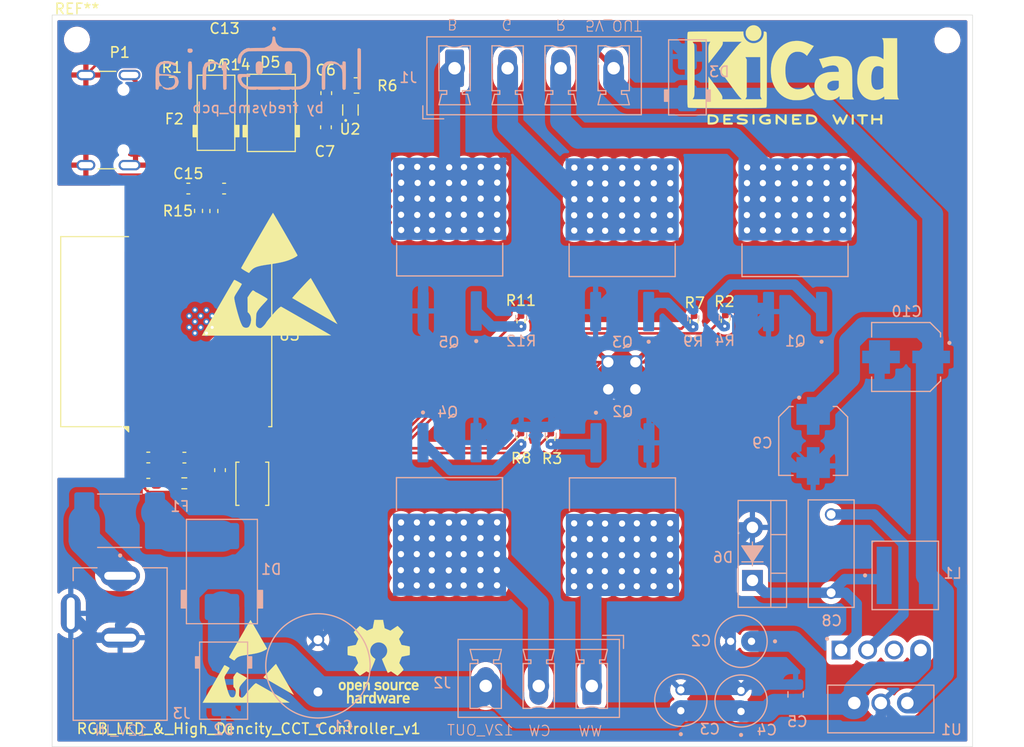
<source format=kicad_pcb>
(kicad_pcb (version 20241229) (generator "pcbnew") (generator_version "9.0")
  (layers (0 "F.Cu" signal) (2 "B.Cu" signal) (13 "F.Paste" user) (15 "B.Paste" user) (5 "F.SilkS" user "F.Silkscreen") (7 "B.SilkS" user "B.Silkscreen") (1 "F.Mask" user) (3 "B.Mask" user) (25 "Edge.Cuts" user))
  (net 0 "")
  (net 1 "Net-(U2-EN)")
  (net 2 "+5V")
  (net 3 "GND_LOGIC")
  (net 4 "Net-(P1-CC)")
  (net 5 "Net-(Q5-G)")
  (net 6 "GND_PWR")
  (net 7 "Net-(Q4-G)")
  (net 8 "Net-(Q3-G)")
  (net 9 "Net-(U3-EN)")
  (net 10 "+3V3")
  (net 11 "Net-(Q2-G)")
  (net 12 "Net-(Q1-G)")
  (net 13 "/Signal_G")
  (net 14 "/USB_D+")
  (net 15 "Net-(U3-IO19)")
  (net 16 "Net-(U3-IO18)")
  (net 17 "/USB_D-")
  (net 18 "/Signal_B")
  (net 19 "/Signal_CW")
  (net 20 "/Signal_WW")
  (net 21 "/Signal_R")
  (net 30 "/LED_B(-)")
  (net 31 "/LED_G(-)")
  (net 32 "/LED_WW(-)")
  (net 33 "/LED_R(-)")
  (net 34 "/LED_CW(-)")
  (net 35 "Net-(D6-K)")
  (net 36 "+12V")
  (net 37 "Net-(D1-A)")
  (net 38 "Net-(D4-A)")
  (net 39 "Net-(U1-CB)")
  (net 40 "Net-(F1-Pad1)")
  (net 41 "+VBUS")
  (footprint "Symbol:KiCad-Logo2_8mm_SilkScreen" (layer "F.Cu") (at 195.52 58.17)
    (property "Reference" "REF**" (hide yes))
    (property "Value" "KiCad-Logo2_8mm_SilkScreen" (hide yes))
  )
  (footprint "Capacitor_SMD:C_0603_1608Metric" (layer "F.Cu") (at 140.63 96.88 -90)
    (property "Reference" "C14" (hide yes))
    (property "Value" "0.1uF" (hide yes))
  )
  (footprint "Symbol:ESD-Logo_8.9x8mm_SilkScreen" (layer "F.Cu") (at 143.34 115.19)
    (property "Reference" "REF**" (hide yes))
    (property "Value" "ESD-Logo_8.9x8mm_SilkScreen" (hide yes))
  )
  (footprint "Capacitor_SMD:C_0603_1608Metric" (layer "F.Cu") (at 141.02 69.89)
    (property "Reference" "C13")
    (property "Value" "22pF" (hide yes))
  )
  (footprint "Capacitor_SMD:C_0603_1608Metric" (layer "F.Cu") (at 137.59 69.89 180)
    (property "Reference" "C15")
    (property "Value" "22pF" (hide yes))
  )
  (footprint "Button_Switch_SMD:SW_Push_SPST_NO_Alps_SKRK" (layer "F.Cu") (at 143.72 98.185 -90)
    (property "Reference" "SW1" (hide yes))
    (property "Value" "uC_Reset" (hide yes))
  )
  (footprint "Capacitor_SMD:C_0603_1608Metric" (layer "F.Cu") (at 133.755 95.67 180)
    (property "Reference" "C11" (hide yes))
    (property "Value" "10uF" (hide yes))
  )
  (footprint "PCM_Diode_SMD_AKL:D_SMB" (layer "F.Cu") (at 145.534713 62.633986 90)
    (property "Reference" "D5")
    (property "Value" "SMBJ12A" (hide yes))
  )
  (footprint "Resistor_SMD:R_0402_1005Metric" (layer "F.Cu") (at 172.32 93.89 90)
    (property "Reference" "R3")
    (property "Value" "100" (hide yes))
  )
  (footprint "Connector_USB:USB_C_Receptacle_GCT_USB4105-xx-A_16P_TopMnt_Horizontal" (layer "F.Cu") (at 128.853245 63.321781 -90)
    (property "Reference" "P1")
    (property "Value" "USB_C_Plug_USB2.0")
  )
  (footprint "Capacitor_SMD:C_0603_1608Metric" (layer "F.Cu") (at 133.755 98.18 180)
    (property "Reference" "C12" (hide yes))
    (property "Value" "0.1uF" (hide yes))
  )
  (footprint "Resistor_SMD:R_0402_1005Metric" (layer "F.Cu") (at 169.46 93.88 90)
    (property "Reference" "R8")
    (property "Value" "100" (hide yes))
  )
  (footprint "Global_Footprint:FUSC1608X100N" (layer "F.Cu") (at 135.984713 61.623986)
    (property "Reference" "F2")
    (property "Value" "Polyfuse" (hide yes))
  )
  (footprint "Resistor_SMD:R_0402_1005Metric" (layer "F.Cu") (at 140.038457 72.041152 90)
    (property "Reference" "R14")
    (property "Value" "22" (hide yes))
  )
  (footprint "NetTie:NetTie-4_THT_Pad1.0mm" (layer "F.Cu") (at 177.82 89.13 90)
    (property "Reference" "NT2" (hide yes))
    (property "Value" "NetTie_4" (hide yes))
  )
  (footprint "Resistor_SMD:R_0805_2012Metric" (layer "F.Cu") (at 153.707213 60.003986)
    (property "Reference" "R6")
    (property "Value" "100k" (hide yes))
  )
  (footprint "PCM_Diode_SMD_AKL:D_SMA" (layer "F.Cu") (at 140.244713 62.623986 90)
    (property "Reference" "D4")
    (property "Value" "SS14" (hide yes))
  )
  (footprint "Resistor_SMD:R_0402_1005Metric" (layer "F.Cu") (at 169.46 82.61 90)
    (property "Reference" "R11")
    (property "Value" "100" (hide yes))
  )
  (footprint "Resistor_SMD:R_0603_1608Metric" (layer "F.Cu") (at 136.01 59.74)
    (property "Reference" "R1")
    (property "Value" "5.1k" (hide yes))
  )
  (footprint "Capacitor_SMD:C_0603_1608Metric" (layer "F.Cu") (at 137.215 95.68 180)
    (property "Reference" "C16" (hide yes))
    (property "Value" "1uF" (hide yes))
  )
  (footprint "Resistor_SMD:R_0603_1608Metric" (layer "F.Cu") (at 137.205 98.14)
    (property "Reference" "R13" (hide yes))
    (property "Value" "10k" (hide yes))
  )
  (footprint "MountingHole:MountingHole_2mm" (layer "F.Cu") (at 126.92 55.61)
    (property "Reference" "REF**")
    (property "Value" "MountingHole_2mm")
  )
  (footprint "Capacitor_SMD:C_0603_1608Metric" (layer "F.Cu") (at 150.774713 64.013986 90)
    (property "Reference" "C7")
    (property "Value" "1uF" (hide yes))
  )
  (footprint "Resistor_SMD:R_0402_1005Metric" (layer "F.Cu") (at 186.04 82.625 90)
    (property "Reference" "R7")
    (property "Value" "100" (hide yes))
  )
  (footprint "Resistor_SMD:R_0402_1005Metric" (layer "F.Cu") (at 189.03 82.56 90)
    (property "Reference" "R2")
    (property "Value" "100" (hide yes))
  )
  (footprint "Capacitor_SMD:C_0603_1608Metric" (layer "F.Cu") (at 150.804713 60.738986 -90)
    (property "Reference" "C6")
    (property "Value" "1uF" (hide yes))
  )
  (footprint "Symbol:OSHW-Logo_7.5x8mm_SilkScreen" (layer "F.Cu") (at 155.82 115.24)
    (property "Reference" "REF**" (hide yes))
    (property "Value" "OSHW-Logo_7.5x8mm_SilkScreen" (hide yes))
  )
  (footprint "RF_Module:ESP32-C3-WROOM-02" (layer "F.Cu") (at 138.574631 83.605009 90)
    (property "Reference" "U3")
    (property "Value" "ESP32-C3-WROOM-02" (hide yes))
  )
  (footprint "Symbol:ESD-Logo_13.2x12mm_SilkScreen" (layer "F.Cu") (at 145.39 78.07)
    (property "Reference" "REF**" (hide yes))
    (property "Value" "ESD-Logo_13.2x12mm_SilkScreen" (hide yes))
  )
  (footprint "MountingHole:MountingHole_2mm" (layer "F.Cu") (at 210.31 55.68)
    (property "Reference" "REF**" (hide yes))
    (property "Value" "MountingHole_2mm")
  )
  (footprint "Resistor_SMD:R_0402_1005Metric" (layer "F.Cu") (at 138.568457 72.031152 -90)
    (property "Reference" "R15")
    (property "Value" "22" (hide yes))
  )
  (footprint "Package_SON:Texas_X2SON-4_1x1mm_P0.65mm" (layer "F.Cu") (at 153.119713 62.353986 90)
    (property "Reference" "U2")
    (property "Value" "TPS7A20xxxDQN" (hide yes))
  )
  (footprint "Global_Footprint:TO254P1524X483-4N" (layer "B.Cu") (at 179.18 100.6625 -90)
    (property "Reference" "Q2")
    (property "Value" "IRLZ44N")
  )
  (footprint "Resistor_SMD:R_0603_1608Metric" (layer "B.Cu") (at 172.309675 93.565 90)
    (property "Reference" "R5" (hide yes))
    (property "Value" "100k" (hide yes))
  )
  (footprint "Global_Footprint:TO254P1524X483-4N" (layer "B.Cu") (at 162.63 75.22 90)
    (property "Reference" "Q5")
    (property "Value" "IRLZ44N")
  )
  (footprint "Global_Footprint:CAPPRD200W45D500H700" (layer "B.Cu") (at 190.54 119.01 90)
    (property "Reference" "C4")
    (property "Value" "15uF" (hide yes))
  )
  (footprint "Global_Footprint:TO254P1524X483-4N" (layer "B.Cu") (at 179.15 75.28 90)
    (property "Reference" "Q3")
    (property "Value" "IRLZ44N")
  )
  (footprint "Global_Footprint:CAPPRD200W45D500H700" (layer "B.Cu") (at 184.77 118.94 90)
    (property "Reference" "C3")
    (property "Value" "15uF" (hide yes))
  )
  (footprint "Capacitor_SMD:C_0805_2012Metric" (layer "B.Cu") (at 195.77 118.38 90)
    (property "Reference" "C5")
    (property "Value" "0.47uF" (hide yes))
  )
  (footprint "PCM_Diode_SMD_AKL:D_SMC" (layer "B.Cu") (at 140.81 106.6 90)
    (property "Reference" "D1")
    (property "Value" "SS54" (hide yes))
  )
  (footprint "Global_Footprint:InGnia3" (layer "B.Cu") (at 144.166093 57.665189 180)
    (property "Reference" "G***" (hide yes))
    (property "Value" "LOGO" (hide yes))
  )
  (footprint "Connector_Phoenix_MC_HighVoltage:PhoenixContact_MCV_1,5_4-G-5.08_1x04_P5.08mm_Vertical" (layer "B.Cu") (at 163.0975 58.3525)
    (property "Reference" "J1")
    (property "Value" "RGB_Strip" (hide yes))
  )
  (footprint "Global_Footprint:CAPPRD200W45D500H700" (layer "B.Cu") (at 190.5425 113.29 180)
    (property "Reference" "C2")
    (property "Value" "15uF" (hide yes))
  )
  (footprint "Resistor_SMD:R_0603_1608Metric" (layer "B.Cu") (at 169.48 82.28 90)
    (property "Reference" "R12")
    (property "Value" "10k" (hide yes))
  )
  (footprint "Resistor_SMD:R_0603_1608Metric" (layer "B.Cu") (at 169.48 93.56 90)
    (property "Reference" "R10" (hide yes))
    (property "Value" "10k" (hide yes))
  )
  (footprint "Global_Footprint:FUSC7351X170N" (layer "B.Cu") (at 131.01 101.73)
    (property "Reference" "F1")
    (property "Value" "Polyfuse" (hide yes))
  )
  (footprint "Global_Footprint:CAPRR750W60L1030T440H750" (layer "B.Cu") (at 199.17 104.88 -90)
    (property "Reference" "C8")
    (property "Value" "0.01uF")
  )
  (footprint "Connector_Phoenix_MC_HighVoltage:PhoenixContact_MCV_1,5_3-G-5.08_1x03_P5.08mm_Vertical" (layer "B.Cu") (at 176.24 117.57 180)
    (property "Reference" "J2")
    (property "Value" "CW/WW_Strip" (hide yes))
  )
  (footprint "Resistor_SMD:R_0603_1608Metric" (layer "B.Cu") (at 185.96 82.315 90)
    (property "Reference" "R9")
    (property "Value" "10k" (hide yes))
  )
  (footprint "Global_Footprint:CAP_EEEFNE181XUV" (layer "B.Cu") (at 206.35 86.03 180)
    (property "Reference" "C10")
    (property "Value" "180uF" (hide yes))
  )
  (footprint "Global_Footprint:CAPPRD500W60D1000H1300" (layer "B.Cu") (at 150.01 115.64 90)
    (property "Reference" "C1")
    (property "Value" "1000uF" (hide yes))
  )
  (footprint "Global_Footprint:TO254P1524X483-4N" (layer "B.Cu") (at 195.71 75.28 90)
    (property "Reference" "Q1")
    (property "Value" "IRLZ44N")
  )
  (footprint "PCM_Diode_SMD_AKL:D_SMA" (layer "B.Cu") (at 185.4 59.23 90)
    (property "Reference" "D3")
    (property "Value" "SMAJ5.0A" (hide yes))
  )
  (footprint "PCM_Diode_SMD_AKL:D_SMB" (layer "B.Cu") (at 140.97 117.06 -90)
    (property "Reference" "D2")
    (property "Value" "SMBJ12A" (hide yes))
  )
  (footprint "Global_Footprint:TO254P1524X483-4N" (layer "B.Cu") (at 162.61 100.6425 -90)
    (property "Reference" "Q4")
    (property "Value" "IRLZ44N")
  )
  (footprint "Resistor_SMD:R_0603_1608Metric" (layer "B.Cu") (at 188.98 82.255 90)
    (property "Reference" "R4")
    (property "Value" "10k" (hide yes))
  )
  (footprint "Global_Footprint:CAP_EEEFNE181XUV" (layer "B.Cu") (at 197.45 94.08 -90)
    (property "Reference" "C9")
    (property "Value" "180uF" (hide yes))
  )
  (footprint "Global_Footprint:MPD_EJ503A" (layer "B.Cu") (at 131.06 113.55 180)
    (property "Reference" "J3")
    (property "Value" "CON_12VDC_IN" (hide yes))
  )
  (footprint "Global_Footprint:TO127P1041X469X2199-7N" (layer "B.Cu") (at 203.93 119.2)
    (property "Reference" "U1")
    (property "Value" "LM2678T-ADJ" (hide yes))
  )
  (footprint "Global_Footprint:IND_XAL6060-223MEB" (layer "B.Cu") (at 206.27 106.97)
    (property "Reference" "L1")
    (property "Value" "22uH" (hide yes))
  )
  (footprint "PCM_Package_TO_SOT_THT_AKL:TO-220-2_Vertical_KA" (layer "B.Cu") (at 191.63 107.45 90)
    (property "Reference" "D6")
    (property "Value" "MBR735" (hide yes))
  )
  (gr_rect (start 124.545 53.25) (end 212.715 123.4) (stroke (width 0.05)) (fill no) (layer "Edge.Cuts"))
  (gr_text "RGB_LED_&_High_Dencity_CCT_Controller_v1" (at 126.8 122.25 0) (layer "F.SilkS") (effects (font (size 1 1)) (justify left bottom)))
  (gr_text "B" (at 162.32 53.56 180) (layer "B.SilkS") (effects (font (size 1 1) (thickness 0.1)) (justify left bottom mirror)))
  (gr_text "WW" (at 177.31 122.49 0) (layer "B.SilkS") (effects (font (size 1 1) (thickness 0.1)) (justify left bottom mirror)))
  (gr_text "R" (at 172.7 53.58 180) (layer "B.SilkS") (effects (font (size 1 1) (thickness 0.1)) (justify left bottom mirror)))
  (gr_text "by fredysmb_pcb" (at 150.686093 62.725189 0) (layer "B.SilkS") (effects (font (size 1 1)) (justify left bottom mirror)))
  (gr_text "5V_OUT" (at 175.53 53.67 180) (layer "B.SilkS") (effects (font (size 1 1) (thickness 0.1)) (justify left bottom mirror)))
  (gr_text "12V_OUT" (at 168.82 122.39 0) (layer "B.SilkS") (effects (font (size 1 1) (thickness 0.1)) (justify left bottom mirror)))
  (gr_text "CW" (at 172.38 122.46 0) (layer "B.SilkS") (effects (font (size 1 1) (thickness 0.1)) (justify left bottom mirror)))
  (gr_text "G" (at 167.52 53.58 180) (layer "B.SilkS") (effects (font (size 1 1) (thickness 0.1)) (justify left bottom mirror)))
  (gr_text "12V_IN" (at 133.72 122.42 0) (layer "B.SilkS") (effects (font (size 1 1) (thickness 0.1)) (justify left bottom mirror)))
  (segment (start 154.619713 60.003986) (end 154.619713 60.748986) (width 0.5) (layer "F.Cu") (net 1))
  (segment (start 154.619713 60.748986) (end 153.520469 61.84823) (width 0.5) (layer "F.Cu") (net 1))
  (segment (start 150.844713 60.003986) (end 150.804713 59.963986) (width 0.5) (layer "F.Cu") (net 2))
  (segment (start 145.984713 64.783986) (end 150.804713 59.963986) (width 0.5) (layer "F.Cu") (net 2))
  (segment (start 145.534713 64.783986) (end 145.984713 64.783986) (width 0.5) (layer "F.Cu") (net 2))
  (segment (start 152.794713 60.003986) (end 157.288699 55.51) (width 0.5) (layer "F.Cu") (net 2))
  (segment (start 145.534713 64.783986) (end 140.404713 64.783986) (width 0.5) (layer "F.Cu") (net 2))
  (segment (start 175.495 55.51) (end 178.3375 58.3525) (width 0.5) (layer "F.Cu") (net 2))
  (segment (start 140.404713 64.783986) (end 140.244713 64.623986) (width 0.5) (layer "F.Cu") (net 2))
  (segment (start 150.804713 59.963986) (end 150.834713 59.963986) (width 0.5) (layer "F.Cu") (net 2))
  (segment (start 157.288699 55.51) (end 175.495 55.51) (width 0.5) (layer "F.Cu") (net 2))
  (segment (start 152.794713 60.003986) (end 150.844713 60.003986) (width 0.5) (layer "F.Cu") (net 2))
  (segment (start 150.834713 59.963986) (end 152.718957 61.84823) (width 0.5) (layer "F.Cu") (net 2))
  (segment (start 200.934 88.046) (end 197.45 91.53) (width 2) (layer "B.Cu") (net 2))
  (segment (start 208.29 106.97) (end 208.29 86.64) (width 2) (layer "B.Cu") (net 2))
  (segment (start 178.3375 58.3525) (end 178.3375 59.8275) (width 2) (layer "B.Cu") (net 2))
  (segment (start 202.296854 83.214) (end 200.934 84.576854) (width 2) (layer "B.Cu") (net 2))
  (segment (start 208.94 85.99) (end 208.94 84.35) (width 2) (layer "B.Cu") (net 2))
  (segment (start 178.3375 59.8275) (end 179.74 61.23) (width 2) (layer "B.Cu") (net 2))
  (segment (start 207.804 83.214) (end 202.296854 83.214) (width 2) (layer "B.Cu") (net 2))
  (segment (start 200.934 84.576854) (end 200.934 88.046) (width 2) (layer "B.Cu") (net 2))
  (segment (start 185.4 61.23) (end 197.772 61.23) (width 2) (layer "B.Cu") (net 2))
  (segment (start 208.29 86.64) (end 208.9 86.03) (width 2) (layer "B.Cu") (net 2))
  (segment (start 209.941 108.621) (end 208.29 106.97) (width 2) (layer "B.Cu") (net 2))
  (segment (start 208.4 86.0525) (end 208.7325 85.72) (width 2) (layer "B.Cu") (net 2))
  (segment (start 207.045476 119.2) (end 209.941 116.304476) (width 2) (layer "B.Cu") (net 2))
  (segment (start 179.74 61.23) (end 185.4 61.23) (width 2) (layer "B.Cu") (net 2))
  (segment (start 209.941 116.304476) (end 209.941 108.621) (width 2) (layer "B.Cu") (net 2))
  (segment (start 208.9 86.03) (end 208.94 85.99) (width 2) (layer "B.Cu") (net 2))
  (segment (start 208.94 84.35) (end 207.804 83.214) (width 2) (layer "B.Cu") (net 2))
  (segment (start 197.772 61.23) (end 208.9 72.358) (width 2) (layer "B.Cu") (net 2))
  (segment (start 208.9 72.358) (end 208.9 86.03) (width 2) (layer "B.Cu") (net 2))
  (segment (start 206.47 119.2) (end 207.045476 119.2) (width 2) (layer "B.Cu") (net 2))
  (segment (start 129.005245 57.774781) (end 134.869781 57.774781) (width 0.25) (layer "F.Cu") (net 3))
  (segment (start 189.07 86.05) (end 190.62 84.5) (width 0.25) (layer "F.Cu") (net 3))
  (segment (start 132.98 95.422695) (end 131.798631 94.241326) (width 0.25) (layer "F.Cu") (net 3))
  (segment (start 144.123699 69.89) (end 150.774713 63.238986) (width 0.25) (layer "F.Cu") (net 3))
  (segment (start 151.77 74.55) (end 144.574631 81.745369) (width 0.25) (layer "F.Cu") (net 3))
  (segment (start 144.672708 101.011) (end 145.19 100.493708) (width 0.15) (layer "F.Cu") (net 3))
  (segment (start 127.778245 59.001781) (end 129.005245 57.774781) (width 0.25) (layer "F.Cu") (net 3))
  (segment (start 134.34 69.89) (end 136.815 69.89) (width 0.25) (layer "F.Cu") (net 3))
  (segment (start 133.324855 66.521781) (end 132.533245 66.521781) (width 0.4) (layer "F.Cu") (net 3))
  (segment (start 188.75 78.73) (end 158.19964 78.73) (width 0.25) (layer "F.Cu") (net 3))
  (segment (start 132.98 98.18) (end 136.26 101.46) (width 0.25) (layer "F.Cu") (net 3))
  (segment (start 181.65 86.05) (end 189.07 86.05) (width 0.25) (layer "F.Cu") (net 3))
  (segment (start 143.045713 62.972986) (end 136.87365 62.972986) (width 0.4) (layer "F.Cu") (net 3))
  (segment (start 133.781 98.981) (end 132.98 98.18) (width 0.25) (layer "F.Cu") (net 3))
  (segment (start 132.533245 59.576781) (end 131.958245 59.001781) (width 0.4) (layer "F.Cu") (net 3))
  (segment (start 145.19 100.493708) (end 145.19 96.68) (width 0.15) (layer "F.Cu") (net 3))
  (segment (start 132.533245 60.121781) (end 132.533245 59.576781) (width 0.4) (layer "F.Cu") (net 3))
  (segment (start 127.778245 67.641781) (end 127.778245 59.001781) (width 0.25) (layer "F.Cu") (net 3))
  (segment (start 171.79 96.54) (end 176.23 92.1) (width 0.25) (layer "F.Cu") (net 3))
  (segment (start 189.51 86.53) (end 180.42 86.53) (width 0.25) (layer "F.Cu") (net 3))
  (segment (start 153.85 67.31) (end 151.77 69.39) (width 0.25) (layer "F.Cu") (net 3))
  (segment (start 135.959 60.616) (end 136.835 59.74) (width 0.4) (layer "F.Cu") (net 3))
  (segment (start 136.44 95.68) (end 136.7 95.68) (width 0.15) (layer "F.Cu") (net 3))
  (segment (start 188.2 77.25) (end 191.25 80.3) (width 0.25) (layer "F.Cu") (net 3))
  (segment (start 139.546781 67.641781) (end 141.795 69.89) (width 0.25) (layer "F.Cu") (net 3))
  (segment (start 135.53 96.05) (end 135.53 96.8) (width 0.15) (layer "F.Cu") (net 3))
  (segment (start 176.61 86.53) (end 177.82 86.53) (width 0.25) (layer "F.Cu") (net 3))
  (segment (start 191.25 80.3) (end 191.25 84.79) (width 0.25) (layer "F.Cu") (net 3))
  (segment (start 153.444713 62.783986) (end 153.444713 62.678986) (width 0.25) (layer "F.Cu") (net 3))
  (segment (start 136.835 59.74) (end 137.602014 58.972986) (width 0.4) (layer "F.Cu") (net 3))
  (segment (start 153.119713 62.353986) (end 153.324774 62.559047) (width 0.25) (layer "F.Cu") (net 3))
  (segment (start 190.62 80.6) (end 188.75 78.73) (width 0.25) (layer "F.Cu") (net 3))
  (segment (start 136.7 95.68) (end 137.163756 96.143756) (width 0.15) (layer "F.Cu") (net 3))
  (segment (start 153.324774 62.559047) (end 163.238609 62.559047) (width 0.25) (layer "F.Cu") (net 3))
  (segment (start 137.056 98.617708) (end 136.742708 98.931) (width 0.15) (layer "F.Cu") (net 3))
  (segment (start 136.78 97.19) (end 137.056 97.466) (width 0.15) (layer "F.Cu") (net 3))
  (segment (start 143.72 96.085) (end 140.65 96.085) (width 0.25) (layer "F.Cu") (net 3))
  (segment (start 149.7 96.54) (end 171.79 96.54) (width 0.25) (layer "F.Cu") (net 3))
  (segment (start 131.958245 67.641781) (end 139.546781 67.641781) (width 0.25) (layer "F.Cu") (net 3))
  (segment (start 137.264 96.143756) (end 137.35 96.229756) (width 0.15) (layer "F.Cu") (net 3))
  (segment (start 163.238609 62.559047) (end 172.64 71.960438) (width 0.25) (layer "F.Cu") (net 3))
  (segment (start 176.23 87.45) (end 177.15 86.53) (width 0.25) (layer "F.Cu") (net 3))
  (segment (start 141.795 69.89) (end 144.123699 69.89) (width 0.25) (layer "F.Cu") (net 3))
  (segment (start 172.64 71.960438) (end 172.64 77.25) (width 0.25) (layer "F.Cu") (net 3))
  (segment (start 150.774713 63.238986) (end 150.774713 61.543986) (width 0.25) (layer "F.Cu") (net 3))
  (segment (start 133.731 98.931) (end 132.98 98.18) (width 0.15) (layer "F.Cu") (net 3))
  (segment (start 133.846 60.616) (end 135.959 60.616) (width 0.4) (layer "F.Cu") (net 3))
  (segment (start 145.534713 60.483986) (end 143.045713 62.972986) (width 0.4) (layer "F.Cu") (net 3))
  (segment (start 131.798631 72.431369) (end 134.34 69.89) (width 0.25) (layer "F.Cu") (net 3))
  (segment (start 132.533245 66.521781) (end 132.533245 67.066781) (width 0.25) (layer "F.Cu") (net 3))
  (segment (start 137.35 96.229756) (end 137.35 98.684418) (width 0.15) (layer "F.Cu") (net 3))
  (segment (start 171.610694 96.085) (end 175.85 91.845694) (width 0.25) (layer "F.Cu") (net 3))
  (segment (start 144.574631 81.745369) (end 144.574631 92.355009) (width 0.25) (layer "F.Cu") (net 3))
  (segment (start 144.78 101.46) (end 149.7 96.54) (width 0.25) (layer "F.Cu") (net 3))
  (segment (start 136.26 101.46) (end 144.78 101.46) (width 0.25) (layer "F.Cu") (net 3))
  (segment (start 138.512631 82.645009) (end 131.798631 75.931009) (width 0.25) (layer "F.Cu") (net 3))
  (segment (start 137.163756 96.143756) (end 137.264 96.143756) (width 0.15) (layer "F.Cu") (net 3))
  (segment (start 135.92 97.19) (end 136.78 97.19) (width 0.15) (layer "F.Cu") (net 3))
  (segment (start 132.98 95.67) (end 132.98 98.18) (width 0.25) (layer "F.Cu") (net 3))
  (segment (start 150.774713 61.543986) (end 150.804713 61.513986) (width 0.25) (layer "F.Cu") (net 3))
  (segment (start 175.85 91.845694) (end 175.85 87.29) (width 0.25) (layer "F.Cu") (net 3))
  (segment (start 172.64 77.25) (end 188.2 77.25) (width 0.25) (layer "F.Cu") (net 3))
  (segment (start 140.65 96.085) (end 140.63 96.105) (width 0.25) (layer "F.Cu") (net 3))
  (segment (start 190.62 84.5) (end 190.62 80.6) (width 0.25) (layer "F.Cu") (net 3))
  (segment (start 135.9 95.68) (end 135.53 96.05) (width 0.15) (layer "F.Cu") (net 3))
  (segment (start 137.35 98.684418) (end 139.676582 101.011) (width 0.15) (layer "F.Cu") (net 3))
  (segment (start 143.72 96.085) (end 171.610694 96.085) (width 0.25) (layer "F.Cu") (net 3))
  (segment (start 180.42 86.53) (end 181.17 86.53) (width 0.25) (layer "F.Cu") (net 3))
  (segment (start 176.23 92.1) (end 176.23 87.45) (width 0.25) (layer "F.Cu") (net 3))
  (segment (start 135.53 96.8) (end 135.92 97.19) (width 0.15) (layer "F.Cu") (net 3))
  (segment (start 132.533245 67.066781) (end 131.958245 67.641781) (width 0.25) (layer "F.Cu") (net 3))
  (segment (start 175.85 87.29) (end 176.61 86.53) (width 0.25) (layer "F.Cu") (net 3))
  (segment (start 158.19964 78.73) (end 144.574631 92.355009) (width 0.25) (layer "F.Cu") (net 3))
  (segment (start 132.98 95.67) (end 132.98 95.422695) (width 0.25) (layer "F.Cu") (net 3))
  (segment (start 138.774631 82.645009) (end 145.350631 76.069009) (width 0.25) (layer "F.Cu") (net 3))
  (segment (start 137.056 97.466) (end 137.056 98.617708) (width 0.15) (layer "F.Cu") (net 3))
  (segment (start 131.798631 90.171009) (end 138.224631 83.745009) (width 0.25) (layer "F.Cu") (net 3))
  (segment (start 153.444713 62.678986) (end 153.119713 62.353986) (width 0.25) (layer "F.Cu") (net 3))
  (segment (start 138.774631 82.645009) (end 138.512631 82.645009) (width 0.25) (layer "F.Cu") (net 3))
  (segment (start 181.17 86.53) (end 181.65 86.05) (width 0.25) (layer "F.Cu") (net 3))
  (segment (start 136.87365 62.972986) (end 133.324855 66.521781) (width 0.4) (layer "F.Cu") (net 3))
  (segment (start 136.44 95.68) (end 135.9 95.68) (width 0.15) (layer "F.Cu") (net 3))
  (segment (start 131.798631 94.241326) (end 131.798631 90.171009) (width 0.25) (layer "F.Cu") (net 3))
  (segment (start 145.350631 73.445631) (end 141.795 69.89) (width 0.25) (layer "F.Cu") (net 3))
  (segment (start 133.351781 60.121781) (end 133.846 60.616) (width 0.4) (layer "F.Cu") (net 3))
  (segment (start 131.798631 75.931009) (end 131.798631 72.431369) (width 0.25) (layer "F.Cu") (net 3))
  (segment (start 144.023713 58.972986) (end 145.534713 60.483986) (width 0.4) (layer "F.Cu") (net 3))
  (segment (start 191.25 84.79) (end 189.51 86.53) (width 0.25) (layer "F.Cu") (net 3))
  (segment (start 153.444713 62.783986) (end 153.85 63.189273) (width 0.25) (layer "F.Cu") (net 3))
  (segment (start 151.77 69.39) (end 151.77 74.55) (width 0.25) (layer "F.Cu") (net 3))
  (segment (start 137.602014 58.972986) (end 144.023713 58.972986) (width 0.4) (layer "F.Cu") (net 3))
  (segment (start 145.19 96.68) (end 144.595 96.085) (width 0.15) (layer "F.Cu") (net 3))
  (segment (start 153.85 63.189273) (end 153.85 67.31) (width 0.25) (layer "F.Cu") (net 3))
  (segment (start 139.676582 101.011) (end 144.672708 101.011) (width 0.15) (layer "F.Cu") (net 3))
  (segment (start 132.533245 60.121781) (end 133.351781 60.121781) (width 0.4) (layer "F.Cu") (net 3))
  (segment (start 134.869781 57.774781) (end 136.835 59.74) (width 0.25) (layer "F.Cu") (net 3))
  (segment (start 145.350631 76.069009) (end 145.350631 73.445631) (width 0.25) (layer "F.Cu") (net 3))
  (segment (start 136.742708 98.931) (end 133.731 98.931) (width 0.15) (layer "F.Cu") (net 3))
  (segment (start 144.595 96.085) (end 143.72 96.085) (width 0.15) (layer "F.Cu") (net 3))
  (segment (start 177.15 86.53) (end 177.82 86.53) (width 0.25) (layer "F.Cu") (net 3))
  (segment (start 177.82 86.53) (end 180.42 86.53) (width 1) (layer "B.Cu") (net 3))
  (segment (start 133.670781 58.225781) (end 135.185 59.74) (width 0.25) (layer "F.Cu") (net 4))
  (segment (start 130.632245 58.680351) (end 131.086815 58.225781) (width 0.25) (layer "F.Cu") (net 4))
  (segment (start 131.086815 58.225781) (end 133.670781 58.225781) (width 0.25) (layer "F.Cu") (net 4))
  (segment (start 131.889067 62.071781) (end 130.632245 60.814959) (width 0.25) (layer "F.Cu") (net 4))
  (segment (start 132.533245 62.071781) (end 131.889067 62.071781) (width 0.25) (layer "F.Cu") (net 4))
  (segment (start 130.632245 60.814959) (end 130.632245 58.680351) (width 0.25) (layer "F.Cu") (net 4))
  (via (at 169.48 83.105) (size 0.6) (drill 0.3) (layers "F.Cu" "B.Cu") (net 5))
  (segment (start 166.655 83.105) (end 165.17 81.62) (width 1) (layer "B.Cu") (net 5))
  (segment (start 169.48 83.105) (end 166.655 83.105) (width 1) (layer "B.Cu") (net 5))
  (segment (start 190.47 117.94) (end 190.54 118.01) (width 1) (layer "B.Cu") (net 6))
  (segment (start 189.5425 113.29) (end 189.5425 104.4575) (width 1) (layer "B.Cu") (net 6))
  (segment (start 189.806 82.256) (end 189.806 88.986) (width 0.25) (layer "B.Cu") (net 6))
  (segment (start 205.631 120.901) (end 207.750054 120.901) (width 1) (layer "B.Cu") (net 6))
  (segment (start 176.61 81.68) (end 177.861364 81.68) (width 1) (layer "B.Cu") (net 6))
  (segment (start 185.9 89.13) (end 180.42 89.13) (width 1) (layer "B.Cu") (net 6))
  (segment (start 179.12 95.119918) (end 175.399918 98.84) (width 1) (layer "B.Cu") (net 6))
  (segment (start 211.4 72.452422) (end 196.177578 57.23) (width 1) (layer "B.Cu") (net 6))
  (segment (start 180.42 92.9625) (end 181.72 94.2625) (width 1) (layer "B.Cu") (net 6))
  (segment (start 131.06 111.75) (end 136.89 105.92) (width 1) (layer "B.Cu") (net 6))
  (segment (start 191.63 102.37) (end 188.74 102.37) (width 1) (layer "B.Cu") (net 6))
  (segment (start 211.714 116.937054) (end 211.714 107.988422) (width 1) (layer "B.Cu") (net 6))
  (segment (start 184.774577 122.341) (end 168.445422 122.341) (width 1) (layer "B.Cu") (net 6))
  (segment (start 183.559 79.089) (end 179.201 79.089) (width 1) (layer "B.Cu") (net 6))
  (segment (start 183.2 92.74) (end 180.42 89.96) (width 1) (layer "B.Cu") (net 6))
  (segment (start 175.399918 98.84) (end 152.135082 98.84) (width 1) (layer "B.Cu") (net 6))
  (segment (start 180.42 89.13) (end 177.82 89.13) (width 1) (layer "B.Cu") (net 6))
  (segment (start 168.9825 90.41) (end 165.15 94.2425) (width 1) (layer "B.Cu") (net 6))
  (segment (start 180.42 89.181) (end 179.12 90.481) (width 1) (layer "B.Cu") (net 6))
  (segment (start 179.12 90.481) (end 179.12 95.119918) (width 1) (layer "B.Cu") (net 6))
  (segment (start 195.74 117.4) (end 195.77 117.43) (width 1) (layer "B.Cu") (net 6))
  (segment (start 156.509 61.389156) (end 156.509 75.269) (width 1) (layer "B.Cu") (net 6))
  (segment (start 195.444462 121.462) (end 195.013462 121.031) (width 1) (layer "B.Cu") (net 6))
  (segment (start 203.8 90.28) (end 197.45 96.63) (width 1) (layer "B.Cu") (net 6))
  (segment (start 162.046656 55.8515) (end 156.509 61.389156) (width 1) (layer "B.Cu") (net 6))
  (segment (start 144.669 107.799) (end 150.01 113.14) (width 1) (layer "B.Cu") (net 6))
  (segment (start 136.26 118.14) (end 136.26 110.798156) (width 1) (layer "B.Cu") (net 6))
  (segment (start 191.12 117.43) (end 190.54 118.01) (width 1) (layer "B.Cu") (net 6))
  (segment (start 176.35 91.58) (end 176.32 91.55) (width 1) (layer "B.Cu") (net 6))
  (segment (start 139.259156 107.799) (end 144.669 107.799) (width 1) (layer "B.Cu") (net 6))
  (segment (start 189.5425 104.4575) (end 191.63 102.37) (width 1) (layer "B.Cu") (net 6))
  (segment (start 180.42 89.13) (end 180.42 89.181) (width 1) (layer "B.Cu") (net 6))
  (segment (start 160.07 81.64) (end 160.09 81.62) (width 1) (layer "B.Cu") (net 6))
  (segment (start 183.2 96.83) (end 183.2 92.74) (width 1) (layer "B.Cu") (net 6))
  (segment (start 161.18 84.61) (end 160.07 83.5) (width 1) (layer "B.Cu") (net 6))
  (segment (start 152.135082 98.84) (end 150.01 100.965082) (width 1) (layer "B.Cu") (net 6))
  (segment (start 136.89 105.92) (end 141.841844 105.92) (width 1) (layer "B.Cu") (net 6))
  (segment (start 193.17 81.68) (end 192.82 81.33) (width 1) (layer "B.Cu") (net 6))
  (segment (start 169.48 92.735) (end 172.304675 92.735) (width 1) (layer "B.Cu") (net 6))
  (segment (start 203.8 86.03) (end 203.8 90.28) (width 1) (layer "B.Cu") (net 6))
  (segment (start 180.42 89.13) (end 180.42 92.9625) (width 1) (layer "B.Cu") (net 6))
  (segment (start 176.54 90.41) (end 168.9825 90.41) (width 1) (layer "B.Cu") (net 6))
  (segment (start 180.42 89.13) (end 180.56 89.13) (width 1) (layer "B.Cu") (net 6))
  (segment (start 176.05 89.13) (end 171.53 84.61) (width 1) (layer "B.Cu") (net 6))
  (segment (start 156.509 75.269) (end 160.09 78.85) (width 1) (layer "B.Cu") (net 6))
  (segment (start 160.09 78.85) (end 160.09 81.62) (width 1) (layer "B.Cu") (net 6))
  (segment (start 184.0215 55.8515) (end 162.046656 55.8515) (width 1) (layer "B.Cu") (net 6))
  (segment (start 188.74 102.37) (end 183.2 96.83) (width 1) (layer "B.Cu") (net 6))
  (segment (start 176.98 91.58) (end 176.35 91.58) (width 1) (layer "B.Cu") (net 6))
  (segment (start 175.48 91.55) (end 174.71 92.32) (width 1) (layer "B.Cu") (net 6))
  (segment (start 202.940792 121.462) (end 195.444462 121.462) (width 1) (layer "B.Cu") (net 6))
  (segment (start 172.304675 92.735) (end 172.309675 92.74) (width 1) (layer "B.Cu") (net 6))
  (segment (start 196.177578 57.23) (end 185.4 57.23) (width 1) (layer "B.Cu") (net 6))
  (segment (start 182.12 90.31) (end 189.31 90.31) (width 1) (layer "B.Cu") (net 6))
  (segment (start 180.42 89.13) (end 180.94 89.13) (width 1) (layer "B.Cu") (net 6))
  (segment (start 181.82 85.638636) (end 181.82 87.87) (width 1) (layer "B.Cu") (net 6))
  (segment (start 177.861364 81.68) (end 181.82 85.638636) (width 1) (layer "B.Cu") (net 6))
  (segment (start 140.97 119.21) (end 137.33 119.21) (width 1) (layer "B.Cu") (net 6))
  (segment (start 195.77 117.43) (end 191.12 117.43) (width 1) (layer "B.Cu") (net 6))
  (segment (start 147.27 100.491844) (end 147.27 92.32) (width 1) (layer "B.Cu") (net 6))
  (segment (start 189.31 90.31) (end 195.63 96.63) (width 1) (layer "B.Cu") (net 6))
  (segment (start 176.61 81.68) (end 176.469 81.821) (width 1) (layer "B.Cu") (net 6))
  (segment (start 171.53 84.61) (end 161.18 84.61) (width 1) (layer "B.Cu") (net 6))
  (segment (start 137.33 119.21) (end 136.26 118.14) (width 1) (layer "B.Cu") (net 6))
  (segment (start 150.46 89.13) (end 177.82 89.13) (width 1) (layer "B.Cu") (net 6))
  (segment (start 150.01 100.965082) (end 150.01 113.14) (width 1) (layer "B.Cu") (net 6))
  (segment (start 184.77 117.94) (end 190.47 117.94) (width 1) (layer "B.Cu") (net 6))
  (segment (start 192.82 81.33) (end 189.023722 81.33) (width 1) (layer "B.Cu") (net 6))
  (segment (start 211.4 107.674422) (end 211.4 72.452422) (width 1) (layer "B.Cu") (net 6))
  (segment (start 147.27 92.32) (end 150.46 89.13) (width 1) (layer "B.Cu") (net 6))
  (segment (start 177.82 89.13) (end 176.54 90.41) (width 1) (layer "B.Cu") (net 6))
  (segment (start 185.4 57.23) (end 184.0215 55.8515) (width 1) (layer "B.Cu") (net 6))
  (segment (start 188.98 81.43) (end 189.806 82.256) (width 0.25) (layer "B.Cu") (net 6))
  (segment (start 185.474577 121.641) (end 184.774577 122.341) (width 1) (layer "B.Cu") (net 6))
  (segment (start 128.66 112.94) (end 126.33 110.61) (width 1) (layer "B.Cu") (net 6))
  (segment (start 203.93 119.2) (end 205.631 120.901) (width 1) (layer "B.Cu") (net 6))
  (segment (start 166.584422 120.48) (end 142.24 120.48) (width 1) (layer "B.Cu") (net 6))
  (segment (start 194.449578 121.031) (end 193.769577 121.711) (width 1) (layer "B.Cu") (net 6))
  (segment (start 179.201 79.089) (end 176.61 81.68) (width 1) (layer "B.Cu") (net 6))
  (segment (start 189.5425 117.0125) (end 190.54 118.01) (width 1) (layer "B.Cu") (net 6))
  (segment (start 180.56 89.13) (end 181.82 87.87) (width 1) (layer "B.Cu") (net 6))
  (segment (start 177.82 89.13) (end 176.05 89.13) (width 1) (layer "B.Cu") (net 6))
  (segment (start 141.841844 105.92) (end 147.27 100.491844) (width 1) (layer "B.Cu") (net 6))
  (segment (start 180.94 89.13) (end 182.12 90.31) (width 1) (layer "B.Cu") (net 6))
  (segment (start 211.714 107.988422) (end 211.4 107.674422) (width 1) (layer "B.Cu") (net 6))
  (segment (start 136.26 110.798156) (end 139.259156 107.799) (width 1) (layer "B.Cu") (net 6))
  (segment (start 207.750054 120.901) (end 211.714 116.937054) (width 1) (layer "B.Cu") (net 6))
  (segment (start 193.769577 121.711) (end 189.835422 121.711) (width 1) (layer "B.Cu") (net 6))
  (segment (start 131.06 112.94) (end 128.66 112.94) (width 1) (layer "B.Cu") (net 6))
  (segment (start 193.17 81.86) (end 185.9 89.13) (width 1) (layer "B.Cu") (net 6))
  (segment (start 168.445422 122.341) (end 166.584422 120.48) (width 1) (layer "B.Cu") (net 6))
  (segment (start 177.82 90.74) (end 176.98 91.58) (width 1) (layer "B.Cu") (net 6))
  (segment (start 189.835422 121.711) (end 189.765423 121.641) (width 1) (layer "B.Cu") (net 6))
  (segment (start 185.96 81.49) (end 183.559 79.089) (width 1) (layer "B.Cu") (net 6))
  (segment (start 177.82 89.13) (end 177.82 90.74) (width 1) (layer "B.Cu") (net 6))
  (segment (start 142.24 120.48) (end 140.97 119.21) (width 1) (layer "B.Cu") (net 6))
  (segment (start 195.63 96.63) (end 197.45 96.63) (width 1) (layer "B.Cu") (net 6))
  (segment (start 160.07 83.5) (end 160.07 81.64) (width 1) (layer "B.Cu") (net 6))
  (segment (start 174.71 92.32) (end 172.55 92.32) (width 1) (layer "B.Cu") (net 6))
  (segment (start 189.765423 121.641) (end 185.474577 121.641) (width 1) (layer "B.Cu") (net 6))
  (segment (start 189.806 88.986) (end 197.45 96.63) (width 0.25) (layer "B.Cu") (net 6))
  (segment (start 177.82 89.13) (end 170.145 81.455) (width 1) (layer "B.Cu") (net 6))
  (segment (start 189.5425 113.29) (end 189.5425 117.0125) (width 1) (layer "B.Cu") (net 6))
  (segment (start 195.013462 121.031) (end 194.449578 121.031) (width 1) (layer "B.Cu") (net 6))
  (segment (start 170.145 81.455) (end 169.48 81.455) (width 1) (layer "B.Cu") (net 6))
  (segment (start 180.42 89.96) (end 180.42 89.13) (width 1) (layer "B.Cu") (net 6))
  (segment (start 131.06 112.94) (end 131.06 111.75) (width 1) (layer "B.Cu") (net 6))
  (segment (start 176.32 91.55) (end 175.48 91.55) (width 1) (layer "B.Cu") (net 6))
  (segment (start 203.93 119.2) (end 203.93 120.472792) (width 1) (layer "B.Cu") (net 6))
  (segment (start 203.93 120.472792) (end 202.940792 121.462) (width 1) (layer "B.Cu") (net 6))
  (via (at 169.48 94.385) (size 0.6) (drill 0.3) (layers "F.Cu" "B.Cu") (net 7))
  (segment (start 169.48 94.385) (end 166.975 96.89) (width 1) (layer "B.Cu") (net 7))
  (segment (start 162.7175 96.89) (end 160.07 94.2425) (width 1) (layer "B.Cu") (net 7))
  (segment (start 166.975 96.89) (end 162.7175 96.89) (width 1) (layer "B.Cu") (net 7))
  (via (at 185.96 83.14) (size 0.6) (drill 0.3) (layers "F.Cu" "B.Cu") (net 8))
  (segment (start 183.51 80.85) (end 182.52 80.85) (width 1) (layer "B.Cu") (net 8))
  (segment (start 185.96 83.14) (end 185.8 83.14) (width 1) (layer "B.Cu") (net 8))
  (segment (start 182.52 80.85) (end 181.69 81.68) (width 1) (layer "B.Cu") (net 8))
  (segment (start 185.8 83.14) (end 183.51 80.85) (width 1) (layer "B.Cu") (net 8))
  (segment (start 138.03 95.72) (end 137.99 95.68) (width 0.25) (layer "F.Cu") (net 9))
  (segment (start 137.99 95.68) (end 137.189 94.879) (width 0.25) (layer "F.Cu") (net 9))
  (segment (start 136.298622 94.879) (end 134.074631 92.655009) (width 0.25) (layer "F.Cu") (net 9))
  (segment (start 138.515 97.655) (end 138.03 98.14) (width 0.25) (layer "F.Cu") (net 9))
  (segment (start 134.074631 92.857009) (end 134.074631 92.355009) (width 0.4) (layer "F.Cu") (net 9))
  (segment (start 140.63 97.655) (end 141.09 97.655) (width 0.25) (layer "F.Cu") (net 9))
  (segment (start 134.074631 92.655009) (end 134.074631 92.355009) (width 0.25) (layer "F.Cu") (net 9))
  (segment (start 140.63 97.655) (end 138.515 97.655) (width 0.25) (layer "F.Cu") (net 9))
  (segment (start 138.03 98.14) (end 138.03 95.72) (width 0.25) (layer "F.Cu") (net 9))
  (segment (start 137.189 94.879) (end 136.298622 94.879) (width 0.25) (layer "F.Cu") (net 9))
  (segment (start 141.09 97.655) (end 143.72 100.285) (width 0.25) (layer "F.Cu") (net 9))
  (segment (start 133.77 90.09) (end 135.02 90.09) (width 0.4) (layer "F.Cu") (net 10))
  (segment (start 132.574631 92.355009) (end 132.574631 93.467326) (width 0.4) (layer "F.Cu") (net 10))
  (segment (start 150.774713 74.346927) (end 150.774713 64.788986) (width 0.4) (layer "F.Cu") (net 10))
  (segment (start 150.774713 64.788986) (end 150.789713 64.788986) (width 0.5) (layer "F.Cu") (net 10))
  (segment (start 134.53 95.422695) (end 134.53 95.67) (width 0.4) (layer "F.Cu") (net 10))
  (segment (start 140.613991 84.496009) (end 140.625631 84.496009) (width 0.4) (layer "F.Cu") (net 10))
  (segment (start 132.59 92.03964) (end 132.59 91.27) (width 0.4) (layer "F.Cu") (net 10))
  (segment (start 132.574631 92.355009) (end 132.574631 92.055009) (width 0.4) (layer "F.Cu") (net 10))
  (segment (start 140.625631 84.496009) (end 150.774713 74.346927) (width 0.4) (layer "F.Cu") (net 10))
  (segment (start 132.574631 92.055009) (end 132.59 92.03964) (width 0.4) (layer "F.Cu") (net 10))
  (segment (start 134.53 98.18) (end 134.53 95.67) (width 0.4) (layer "F.Cu") (net 10))
  (segment (start 135.02 90.09) (end 140.613991 84.496009) (width 0.4) (layer "F.Cu") (net 10))
  (segment (start 132.59 91.27) (end 133.77 90.09) (width 0.4) (layer "F.Cu") (net 10))
  (segment (start 150.789713 64.788986) (end 152.718957 62.859742) (width 0.5) (layer "F.Cu") (net 10))
  (segment (start 136.34 98.18) (end 136.38 98.14) (width 0.4) (layer "F.Cu") (net 10))
  (segment (start 132.574631 93.467326) (end 134.53 95.422695) (width 0.4) (layer "F.Cu") (net 10))
  (segment (start 134.53 98.18) (end 136.34 98.18) (width 0.4) (layer "F.Cu") (net 10))
  (via (at 172.309675 94.39) (size 0.6) (drill 0.3) (layers "F.Cu" "B.Cu") (net 11))
  (segment (start 172.309675 94.39) (end 176.5125 94.39) (width 1) (layer "B.Cu") (net 11))
  (segment (start 176.5125 94.39) (end 176.64 94.2625) (width 1) (layer "B.Cu") (net 11))
  (via (at 188.98 83.08) (size 0.6) (drill 0.3) (layers "F.Cu" "B.Cu") (net 12))
  (segment (start 188.98 83.08) (end 188.875252 83.08) (width 1) (layer "B.Cu") (net 12))
  (segment (start 187.804 80.851252) (end 189.566252 79.089) (width 1) (layer "B.Cu") (net 12))
  (segment (start 188.875252 83.08) (end 187.804 82.008748) (width 1) (layer "B.Cu") (net 12))
  (segment (start 187.804 82.008748) (end 187.804 80.851252) (width 1) (layer "B.Cu") (net 12))
  (segment (start 189.566252 79.089) (end 192.423582 79.089) (width 1) (layer "B.Cu") (net 12))
  (segment (start 192.423582 79.089) (end 195.659 79.089) (width 1) (layer "B.Cu") (net 12))
  (segment (start 195.659 79.089) (end 198.25 81.68) (width 1) (layer "B.Cu") (net 12))
  (segment (start 170.886095 84.233905) (end 171.805 83.315) (width 0.25) (layer "F.Cu") (net 13))
  (segment (start 171.805 83.315) (end 184.84 83.315) (width 0.25) (layer "F.Cu") (net 13))
  (segment (start 184.84 83.315) (end 186.04 82.115) (width 0.25) (layer "F.Cu") (net 13))
  (segment (start 141.574631 92.355009) (end 141.574631 92.707009) (width 0.25) (layer "F.Cu") (net 13))
  (segment (start 142.749631 93.882009) (end 158.315801 93.882009) (width 0.25) (layer "F.Cu") (net 13))
  (segment (start 158.315801 93.882009) (end 167.963905 84.233905) (width 0.25) (layer "F.Cu") (net 13))
  (segment (start 167.963905 84.233905) (end 170.886095 84.233905) (width 0.25) (layer "F.Cu") (net 13))
  (segment (start 141.574631 92.707009) (end 142.749631 93.882009) (width 0.25) (layer "F.Cu") (net 13))
  (segment (start 129.745 68.143198) (end 130.588471 68.986669) (width 0.2) (layer "F.Cu") (net 14))
  (segment (start 132.108245 63.071781) (end 132.083245 63.096781) (width 0.2) (layer "F.Cu") (net 14))
  (segment (start 138.568457 70.093457) (end 138.365 69.89) (width 0.25) (layer "F.Cu") (net 14))
  (segment (start 138.365 69.178336) (end 138.365 69.89) (width 0.2) (layer "F.Cu") (net 14))
  (segment (start 131.535021 63.096781) (end 129.745 64.886802) (width 0.2) (layer "F.Cu") (net 14))
  (segment (start 130.588471 68.986669) (end 138.173333 68.986669) (width 0.2) (layer "F.Cu") (net 14))
  (segment (start 138.173333 68.986669) (end 138.365 69.178336) (width 0.2) (layer "F.Cu") (net 14))
  (segment (start 129.745 64.886802) (end 129.745 68.143198) (width 0.2) (layer "F.Cu") (net 14))
  (segment (start 132.533245 63.071781) (end 132.108245 63.071781) (width 0.2) (layer "F.Cu") (net 14))
  (segment (start 138.568457 71.521152) (end 138.568457 70.093457) (width 0.25) (layer "F.Cu") (net 14))
  (segment (start 132.083245 63.096781) (end 131.535021 63.096781) (width 0.2) (layer "F.Cu") (net 14))
  (segment (start 138.578457 72.551152) (end 138.568457 72.541152) (width 0.25) (layer "F.Cu") (net 15))
  (segment (start 138.578457 74.451152) (end 138.578457 72.551152) (width 0.25) (layer "F.Cu") (net 15))
  (segment (start 140.078457 72.591152) (end 140.038457 72.551152) (width 0.25) (layer "F.Cu") (net 16))
  (segment (start 140.078457 74.451152) (end 140.078457 72.591152) (width 0.25) (layer "F.Cu") (net 16))
  (segment (start 138.290433 68.536669) (end 139.643764 69.89) (width 0.2) (layer "F.Cu") (net 17))
  (segment (start 130.195 65.073198) (end 130.195 67.956802) (width 0.2) (layer "F.Cu") (net 17))
  (segment (start 139.643764 69.89) (end 140.245 69.89) (width 0.2) (layer "F.Cu") (net 17))
  (segment (start 132.083245 63.546781) (end 131.721417 63.546781) (width 0.2) (layer "F.Cu") (net 17))
  (segment (start 140.038457 70.096543) (end 140.245 69.89) (width 0.25) (layer "F.Cu") (net 17))
  (segment (start 130.195 67.956802) (end 130.774867 68.536669) (width 0.2) (layer "F.Cu") (net 17))
  (segment (start 140.038457 71.531152) (end 140.038457 70.096543) (width 0.25) (layer "F.Cu") (net 17))
  (segment (start 131.721417 63.546781) (end 130.195 65.073198) (width 0.2) (layer "F.Cu") (net 17))
  (segment (start 130.774867 68.536669) (end 138.290433 68.536669) (width 0.2) (layer "F.Cu") (net 17))
  (segment (start 132.108245 63.571781) (end 132.083245 63.546781) (width 0.2) (layer "F.Cu") (net 17))
  (segment (start 132.533245 63.571781) (end 132.108245 63.571781) (width 0.2) (layer "F.Cu") (net 17))
  (segment (start 143.074631 92.355009) (end 143.074631 92.707009) (width 0.25) (layer "F.Cu") (net 18))
  (segment (start 143.798631 93.431009) (end 158.128991 93.431009) (width 0.25) (layer "F.Cu") (net 18))
  (segment (start 143.074631 92.707009) (end 143.798631 93.431009) (width 0.25) (layer "F.Cu") (net 18))
  (segment (start 158.128991 93.431009) (end 169.46 82.1) (width 0.25) (layer "F.Cu") (net 18))
  (segment (start 168.045991 94.784009) (end 169.46 93.37) (width 0.25) (layer "F.Cu") (net 19))
  (segment (start 138.574631 92.355009) (end 138.574631 92.655009) (width 0.25) (layer "F.Cu") (net 19))
  (segment (start 138.574631 92.655009) (end 140.703631 94.784009) (width 0.25) (layer "F.Cu") (net 19))
  (segment (start 140.703631 94.784009) (end 168.045991 94.784009) (width 0.25) (layer "F.Cu") (net 19))
  (segment (start 137.074631 92.655009) (end 139.654631 95.235009) (width 0.25) (layer "F.Cu") (net 20))
  (segment (start 170.464991 95.235009) (end 172.32 93.38) (width 0.25) (layer "F.Cu") (net 20))
  (segment (start 137.074631 92.355009) (end 137.074631 92.655009) (width 0.25) (layer "F.Cu") (net 20))
  (segment (start 139.654631 95.235009) (end 170.464991 95.235009) (width 0.25) (layer "F.Cu") (net 20))
  (segment (start 140.074631 92.655009) (end 141.752631 94.333009) (width 0.25) (layer "F.Cu") (net 21))
  (segment (start 187.314 83.766) (end 189.03 82.05) (width 0.25) (layer "F.Cu") (net 21))
  (segment (start 141.752631 94.333009) (end 158.502611 94.333009) (width 0.25) (layer "F.Cu") (net 21))
  (segment (start 140.074631 92.355009) (end 140.074631 92.655009) (width 0.25) (layer "F.Cu") (net 21))
  (segment (start 168.150715 84.684905) (end 171.072905 84.684905) (width 0.25) (layer "F.Cu") (net 21))
  (segment (start 171.072905 84.684905) (end 171.99181 83.766) (width 0.25) (layer "F.Cu") (net 21))
  (segment (start 171.99181 83.766) (end 187.314 83.766) (width 0.25) (layer "F.Cu") (net 21))
  (segment (start 158.502611 94.333009) (end 168.150715 84.684905) (width 0.25) (layer "F.Cu") (net 21))
  (segment (start 167.17 70.86) (end 167.18 70.85) (width 0.25) (layer "F.Cu") (net 30))
  (segment (start 160.95 67.85) (end 160.95 73.87) (width 0.25) (layer "F.Cu") (net 30))
  (segment (start 157.99 73.85) (end 157.98 73.86) (width 0.25) (layer "F.Cu") (net 30))
  (segment (start 157.99 67.83) (end 167.18 67.83) (width 0.25) (layer "F.Cu") (net 30))
  (segment (start 157.98 70.86) (end 167.17 70.86) (width 0.25) (layer "F.Cu") (net 30))
  (segment (start 162.58 67.85) (end 162.58 73.87) (width 0.25) (layer "F.Cu") (net 30))
  (segment (start 167.18 69.32) (end 159.51 69.32) (width 0.25) (layer "F.Cu") (net 30))
  (segment (start 157.98 72.39) (end 157.97 72.4) (width 0.25) (layer "F.Cu") (net 30))
  (segment (start 167.18 67.83) (end 167.19 67.82) (width 0.25) (layer "F.Cu") (net 30))
  (segment (start 160.95 73.87) (end 160.94 73.88) (width 0.25) (layer "F.Cu") (net 30))
  (segment (start 165.61 73.84) (end 165.6 73.85) (width 0.25) (layer "F.Cu") (net 30))
  (segment (start 164 73.85) (end 163.99 73.86) (width 0.25) (layer "F.Cu") (net 30))
  (segment (start 159.51 69.32) (end 159.5 69.33) (width 0.25) (layer "F.Cu") (net 30))
  (segment (start 159.51 73.85) (end 159.5 73.86) (width 0.25) (layer "F.Cu") (net 30))
  (segment (start 164 67.83) (end 164 73.85) (width 0.25) (layer "F.Cu") (net 30))
  (segment (start 157.98 67.84) (end 157.99 67.83) (width 0.25) (layer "F.Cu") (net 30))
  (segment (start 159.51 67.83) (end 159.51 73.85) (width 0.25) (layer "F.Cu") (net 30))
  (segment (start 159.5 69.33) (end 157.98 69.33) (width 0.25) (layer "F.Cu") (net 30))
  (segment (start 167.19 67.82) (end 167.19 73.84) (width 0.25) (layer "F.Cu") (net 30))
  (segment (start 167.18 73.85) (end 157.99 73.85) (width 0.25) (layer "F.Cu") (net 30))
  (segment (start 162.58 73.87) (end 162.57 73.88) (width 0.25) (layer "F.Cu") (net 30))
  (segment (start 167.17 72.39) (end 157.98 72.39) (width 0.25) (layer "F.Cu") (net 30))
  (segment (start 157.98 73.86) (end 157.98 67.84) (width 0.25) (layer "F.Cu") (net 30))
  (segment (start 165.61 67.82) (end 165.61 73.84) (width 0.25) (layer "F.Cu") (net 30))
  (segment (start 167.19 73.84) (end 167.18 73.85) (width 0.25) (layer "F.Cu") (net 30))
  (via (at 167.19 67.82) (size 1.2) (drill 0.6) (layers "F.Cu" "B.Cu") (net 30))
  (via (at 167.17 72.39) (size 1.2) (drill 0.6) (layers "F.Cu" "B.Cu") (net 30))
  (via (at 163.99 69.33) (size 1.2) (drill 0.6) (layers "F.Cu" "B.Cu") (net 30))
  (via (at 162.51 72.4) (size 1.2) (drill 0.6) (layers "F.Cu" "B.Cu") (net 30))
  (via (at 162.49 73.9) (size 1.2) (drill 0.6) (layers "F.Cu" "B.Cu") (net 30))
  (via (at 157.98 70.86) (size 1.2) (drill 0.6) (layers "F.Cu" "B.Cu") (net 30))
  (via (at 162.56 70.9) (size 1.2) (drill 0.6) (layers "F.Cu" "B.Cu") (net 30))
  (via (at 165.59 72.39) (size 1.2) (drill 0.6) (layers "F.Cu" "B.Cu") (net 30))
  (via (at 167.18 69.32) (size 1.2) (drill 0.6) (layers "F.Cu" "B.Cu") (net 30))
  (via (at 165.61 67.82) (size 1.2) (drill 0.6) (layers "F.Cu" "B.Cu") (net 30))
  (via (at 162.57 69.35) (size 1.2) (drill 0.6) (layers "F.Cu" "B.Cu") (net 30))
  (via (at 160.95 67.85) (size 1.2) (drill 0.6) (layers "F.Cu" "B.Cu") (net 30))
  (via (at 159.51 73.85) (size 1.2) (drill 0.6) (layers "F.Cu" "B.Cu") (net 30))
  (via (at 165.6 70.85) (size 1.2) (drill 0.6) (layers "F.Cu" "B.Cu") (net 30))
  (via (at 163.98 72.4) (size 1.2) (drill 0.6) (layers "F.Cu" "B.Cu") (net 30))
  (via (at 157.98 69.33) (size 1.2) (drill 0.6) (layers "F.Cu" "B.Cu") (net 30))
  (via (at 159.52 67.81) (size 1.2) (drill 0.6) (layers "F.Cu" "B.Cu") (net 30))
  (via (at 159.52 72.42) (size 1.2) (drill 0.6) (layers "F.Cu" "B.Cu") (net 30))
  (via (at 159.56 69.35) (size 1.2) (drill 0.6) (layers "F.Cu" "B.Cu") (net 30))
  (via (at 164 67.83) (size 1.2) (drill 0.6) (layers "F.Cu" "B.Cu") (net 30))
  (via (at 167.18 73.85) (size 1.2) (drill 0.6) (layers "F.Cu" "B.Cu") (net 30))
  (via (at 157.99 67.83) (size 1.2) (drill 0.6) (layers "F.Cu" "B.Cu") (net 30))
  (via (at 163.99 73.86) (size 1.2) (drill 0.6) (layers "F.Cu" "B.Cu") (net 30))
  (via (at 160.94 73.88) (size 1.2) (drill 0.6) (layers "F.Cu" "B.Cu") (net 30))
  (via (at 163.99 70.86) (size 1.2) (drill 0.6) (layers "F.Cu" "B.Cu") (net 30))
  (via (at 160.93 72.42) (size 1.2) (drill 0.6) (layers "F.Cu" "B.Cu") (net 30))
  (via (at 165.6 73.85) (size 1.2) (drill 0.6) (layers "F.Cu" "B.Cu") (net 30))
  (via (at 160.94 70.88) (size 1.2) (drill 0.6) (layers "F.Cu" "B.Cu") (net 30))
  (via (at 157.97 72.4) (size 1.2) (drill 0.6) (layers "F.Cu" "B.Cu") (net 30))
  (via (at 159.54 70.84) (size 1.2) (drill 0.6) (layers "F.Cu" "B.Cu") (net 30))
  (via (at 160.94 69.35) (size 1.2) (drill 0.6) (layers "F.Cu" "B.Cu") (net 30))
  (via (at 157.98 73.86) (size 1.2) (drill 0.6) (layers "F.Cu" "B.Cu") (net 30))
  (via (at 165.6 69.32) (size 1.2) (drill 0.6) (layers "F.Cu" "B.Cu") (net 30))
  (via (at 167.18 70.85) (size 1.2) (drill 0.6) (layers "F.Cu" "B.Cu") (net 30))
  (via (at 162.58 67.85) (size 1.2) (drill 0.6) (layers "F.Cu" "B.Cu") (net 30))
  (segment (start 162.63 58.82) (end 163.0975 58.3525) (width 2) (layer "B.Cu") (net 30))
  (segment (start 162.63 70.87) (end 162.63 70.83) (width 2) (layer "B.Cu") (net 30))
  (segment (start 162.63 70.83) (end 162.63 58.82) (width 2) (layer "B.Cu") (net 30))
  (segment (start 182.19 73.89) (end 182.18 73.9) (width 0.25) (layer "F.Cu") (net 31))
  (segment (start 174.56 67.89) (end 174.57 67.88) (width 0.25) (layer "F.Cu") (net 31))
  (segment (start 179.16 67.9) (end 179.16 73.92) (width 0.25) (layer "F.Cu") (net 31))
  (segment (start 174.57 69.37) (end 174.56 69.38) (width 0.25) (layer "F.Cu") (net 31))
  (segment (start 183.76 73.9) (end 183.76 67.88) (width 0.25) (layer "F.Cu") (net 31))
  (segment (start 183.75 73.91) (end 183.76 73.9) (width 0.25) (layer "F.Cu") (net 31))
  (segment (start 174.56 73.91) (end 174.56 67.89) (width 0.25) (layer "F.Cu") (net 31))
  (segment (start 174.56 70.91) (end 183.75 70.91) (width 0.25) (layer "F.Cu") (net 31))
  (segment (start 174.56 72.44) (end 174.55 72.45) (width 0.25) (layer "F.Cu") (net 31))
  (segment (start 177.52 67.91) (end 177.53 67.9) (width 0.25) (layer "F.Cu") (net 31))
  (segment (start 176.09 73.9) (end 176.08 73.91) (width 0.25) (layer "F.Cu") (net 31))
  (segment (start 174.57 67.88) (end 183.76 67.88) (width 0.25) (layer "F.Cu") (net 31))
  (segment (start 180.57 73.91) (end 180.58 73.9) (width 0.25) (layer "F.Cu") (net 31))
  (segment (start 177.52 73.93) (end 177.52 67.91) (width 0.25) (layer "F.Cu") (net 31))
  (segment (start 174.56 73.91) (end 183.75 73.91) (width 0.25) (layer "F.Cu") (net 31))
  (segment (start 183.75 72.44) (end 174.56 72.44) (width 0.25) (layer "F.Cu") (net 31))
  (segment (start 179.16 73.92) (end 179.15 73.93) (width 0.25) (layer "F.Cu") (net 31))
  (segment (start 183.76 69.37) (end 174.57 69.37) (width 0.25) (layer "F.Cu") (net 31))
  (segment (start 183.75 70.91) (end 183.76 70.9) (width 0.25) (layer "F.Cu") (net 31))
  (segment (start 176.09 67.88) (end 176.09 73.9) (width 0.25) (layer "F.Cu") (net 31))
  (segment (start 183.76 67.88) (end 183.77 67.87) (width 0.25) (layer "F.Cu") (net 31))
  (segment (start 180.58 73.9) (end 180.58 67.88) (width 0.25) (layer "F.Cu") (net 31))
  (segment (start 182.19 67.87) (end 182.19 73.89) (width 0.25) (layer "F.Cu") (net 31))
  (via (at 180.57 73.91) (size 1.2) (drill 0.6) (layers "F.Cu" "B.Cu") (net 31))
  (via (at 176.08 70.91) (size 1.2) (drill 0.6) (layers "F.Cu" "B.Cu") (net 31))
  (via (at 177.53 67.9) (size 1.2) (drill 0.6) (layers "F.Cu" "B.Cu") (net 31))
  (via (at 180.56 72.45) (size 1.2) (drill 0.6) (layers "F.Cu" "B.Cu") (net 31))
  (via (at 174.57 67.88) (size 1.2) (drill 0.6) (layers "F.Cu" "B.Cu") (net 31))
  (via (at 182.18 69.37) (size 1.2) (drill 0.6) (layers "F.Cu" "B.Cu") (net 31))
  (via (at 174.56 70.91) (size 1.2) (drill 0.6) (layers "F.Cu" "B.Cu") (net 31))
  (via (at 179.15 70.93) (size 1.2) (drill 0.6) (layers "F.Cu" "B.Cu") (net 31))
  (via (at 183.76 70.9) (size 1.2) (drill 0.6) (layers "F.Cu" "B.Cu") (net 31))
  (via (at 183.76 69.37) (size 1.2) (drill 0.6) (layers "F.Cu" "B.Cu") (net 31))
  (via (at 176.09 67.88) (size 1.2) (drill 0.6) (layers "F.Cu" "B.Cu") (net 31))
  (via (at 179.15 69.4) (size 1.2) (drill 0.6) (layers "F.Cu" "B.Cu") (net 31))
  (via (at 174.56 69.38) (size 1.2) (drill 0.6) (layers "F.Cu" "B.Cu") (net 31))
  (via (at 177.52 69.4) (size 1.2) (drill 0.6) (layers "F.Cu" "B.Cu") (net 31))
  (via (at 180.57 69.38) (size 1.2) (drill 0.6) (layers "F.Cu" "B.Cu") (net 31))
  (via (at 177.51 72.47) (size 1.2) (drill 0.6) (layers "F.Cu" "B.Cu") (net 31))
  (via (at 176.08 69.38) (size 1.2) (drill 0.6) (layers "F.Cu" "B.Cu") (net 31))
  (via (at 177.52 70.93) (size 1.2) (drill 0.6) (layers "F.Cu" "B.Cu") (net 31))
  (via (at 176.08 73.91) (size 1.2) (drill 0.6) (layers "F.Cu" "B.Cu") (net 31))
  (via (at 182.17 72.44) (size 1.2) (drill 0.6) (layers "F.Cu" "B.Cu") (net 31))
  (via (at 182.18 70.9) (size 1.2) (drill 0.6) (layers "F.Cu" "B.Cu") (net 31))
  (via (at 177.52 73.93) (size 1.2) (drill 0.6) (layers "F.Cu" "B.Cu") (net 31))
  (via (at 180.57 70.91) (size 1.2) (drill 0.6) (layers "F.Cu" "B.Cu") (net 31))
  (via (at 174.56 73.91) (size 1.2) (drill 0.6) (layers "F.Cu" "B.Cu") (net 31))
  (via (at 174.55 72.45) (size 1.2) (drill 0.6) (layers "F.Cu" "B.Cu") (net 31))
  (via (at 182.19 67.87) (size 1.2) (drill 0.6) (layers "F.Cu" "B.Cu") (net 31))
  (via (at 179.15 73.93) (size 1.2) (drill 0.6) (layers "F.Cu" "B.Cu") (net 31))
  (via (at 180.58 67.88) (size 1.2) (drill 0.6) (layers "F.Cu" "B.Cu") (net 31))
  (via (at 183.77 67.87) (size 1.2) (drill 0.6) (layers "F.Cu" "B.Cu") (net 31))
  (via (at 179.14 72.47) (size 1.2) (drill 0.6) (layers "F.Cu" "B.Cu") (net 31))
  (via (at 182.18 73.9) (size 1.2) (drill 0.6) (layers "F.Cu" "B.Cu") (net 31))
  (via (at 179.16 67.9) (size 1.2) (drill 0.6) (layers "F.Cu" "B.Cu") (net 31))
  (via (at 183.76 73.9) (size 1.2) (drill 0.6) (layers "F.Cu" "B.Cu") (net 31))
  (via (at 176.07 72.45) (size 1.2) (drill 0.6) (layers "F.Cu" "B.Cu") (net 31))
  (via (at 183.75 72.44) (size 1.2) (drill 0.6) (layers "F.Cu" "B.Cu") (net 31))
  (segment (start 178.29 70.93) (end 177.39 70.93) (width 2) (layer "B.Cu") (net 31))
  (segment (start 179.15 70.93) (end 178.29 70.93) (width 2) (layer "B.Cu") (net 31))
  (segment (start 176.44 70.93) (end 175.47 70.93) (width 2) (layer "B.Cu") (net 31))
  (segment (start 168.1775 63.9275) (end 168.1775 58.3525) (width 2) (layer "B.Cu") (net 31))
  (segment (start 175.18 70.93) (end 168.1775 63.9275) (width 2) (layer "B.Cu") (net 31))
  (segment (start 175.47 70.93) (end 175.18 70.93) (width 2) (layer "B.Cu") (net 31))
  (segment (start 177.39 70.93) (end 176.44 70.93) (width 2) (layer "B.Cu") (net 31))
  (segment (start 179.13 108.03) (end 179.13 102.01) (width 0.25) (layer "F.Cu") (net 32))
  (segment (start 183.75 101.97) (end 174.56 101.97) (width 0.25) (layer "F.Cu") (net 32))
  (segment (start 174.55 108) (end 174.54 108.01) (width 0.25) (layer "F.Cu") (net 32))
  (segment (start 174.55 105) (end 174.54 105.01) (width 0.25) (layer "F.Cu") (net 32))
  (segment (start 174.55 103.47) (end 174.54 103.48) (width 0.25) (layer "F.Cu") (net 32))
  (segment (start 183.73 108.01) (end 183.74 108) (width 0.25) (layer "F.Cu") (net 32))
  (segment (start 177.5 102.01) (end 177.51 102) (width 0.25) (layer "F.Cu") (net 32))
  (segment (start 183.75 107.99) (end 183.74 108) (width 0.25) (layer "F.Cu") (net 32))
  (segment (start 174.55 101.98) (end 174.55 108) (width 0.25) (layer "F.Cu") (net 32))
  (segment (start 174.56 101.97) (end 174.55 101.98) (width 0.25) (layer "F.Cu") (net 32))
  (segment (start 183.74 105) (end 174.55 105) (width 0.25) (layer "F.Cu") (net 32))
  (segment (start 174.54 106.54) (end 174.53 106.55) (width 0.25) (layer "F.Cu") (net 32))
  (segment (start 174.54 108.01) (end 183.73 108.01) (width 0.25) (layer "F.Cu") (net 32))
  (segment (start 183.73 106.54) (end 174.54 106.54) (width 0.25) (layer "F.Cu") (net 32))
  (segment (start 183.74 103.47) (end 174.55 103.47) (width 0.25) (layer "F.Cu") (net 32))
  (segment (start 182.16 108) (end 182.16 101.98) (width 0.25) (layer "F.Cu") (net 32))
  (segment (start 176.06 108.01) (end 176.06 101.99) (width 0.25) (layer "F.Cu") (net 32))
  (segment (start 179.13 102.01) (end 179.14 102) (width 0.25) (layer "F.Cu") (net 32))
  (segment (start 183.75 101.97) (end 183.75 107.99) (width 0.25) (layer "F.Cu") (net 32))
  (segment (start 180.55 108.01) (end 180.55 101.99) (width 0.25) (layer "F.Cu") (net 32))
  (segment (start 176.06 101.99) (end 176.07 101.98) (width 0.25) (layer "F.Cu") (net 32))
  (segment (start 182.16 101.98) (end 182.17 101.97) (width 0.25) (layer "F.Cu") (net 32))
  (segment (start 180.55 101.99) (end 180.56 101.98) (width 0.25) (layer "F.Cu") (net 32))
  (segment (start 177.5 108.03) (end 177.5 102.01) (width 0.25) (layer "F.Cu") (net 32))
  (via (at 179.13 103.5) (size 1.2) (drill 0.6) (layers "F.Cu" "B.Cu") (net 32))
  (via (at 174.53 106.55) (size 1.2) (drill 0.6) (layers "F.Cu" "B.Cu") (net 32))
  (via (at 182.17 101.97) (size 1.2) (drill 0.6) (layers "F.Cu" "B.Cu") (net 32))
  (via (at 182.16 108) (size 1.2) (drill 0.6) (layers "F.Cu" "B.Cu") (net 32))
  (via (at 177.5 103.5) (size 1.2) (drill 0.6) (layers "F.Cu" "B.Cu") (net 32))
  (via (at 182.16 105) (size 1.2) (drill 0.6) (layers "F.Cu" "B.Cu") (net 32))
  (via (at 183.73 106.54) (size 1.2) (drill 0.6) (layers "F.Cu" "B.Cu") (net 32))
  (via (at 177.5 108.03) (size 1.2) (drill 0.6) (layers "F.Cu" "B.Cu") (net 32))
  (via (at 179.13 108.03) (size 1.2) (drill 0.6) (layers "F.Cu" "B.Cu") (net 32))
  (via (at 177.49 106.57) (size 1.2) (drill 0.6) (layers "F.Cu" "B.Cu") (net 32))
  (via (at 180.54 106.55) (size 1.2) (drill 0.6) (layers "F.Cu" "B.Cu") (net 32))
  (via (at 174.54 103.48) (size 1.2) (drill 0.6) (layers "F.Cu" "B.Cu") (net 32))
  (via (at 179.14 102) (size 1.2) (drill 0.6) (layers "F.Cu" "B.Cu") (net 32))
  (via (at 176.07 101.98) (size 1.2) (drill 0.6) (layers "F.Cu" "B.Cu") (net 32))
  (via (at 183.74 108) (size 1.2) (drill 0.6) (layers "F.Cu" "B.Cu") (net 32))
  (via (at 174.54 108.01) (size 1.2) (drill 0.6) (layers "F.Cu" "B.Cu") (net 32))
  (via (at 174.54 105.01) (size 1.2) (drill 0.6) (layers "F.Cu" "B.Cu") (net 32))
  (via (at 176.06 108.01) (size 1.2) (drill 0.6) (layers "F.Cu" "B.Cu") (net 32))
  (via (at 176.06 103.48) (size 1.2) (drill 0.6) (layers "F.Cu" "B.Cu") (net 32))
  (via (at 180.55 105.01) (size 1.2) (drill 0.6) (layers "F.Cu" "B.Cu") (net 32))
  (via (at 177.51 102) (size 1.2) (drill 0.6) (layers "F.Cu" "B.Cu") (net 32))
  (via (at 183.74 105) (size 1.2) (drill 0.6) (layers "F.Cu" "B.Cu") (net 32))
  (via (at 183.74 103.47) (size 1.2) (drill 0.6) (layers "F.Cu" "B.Cu") (net 32))
  (via (at 174.55 101.98) (size 1.2) (drill 0.6) (layers "F.Cu" "B.Cu") (net 32))
  (via (at 176.05 106.55) (size 1.2) (drill 0.6) (layers "F.Cu" "B.Cu") (net 32))
  (via (at 182.15 106.54) (size 1.2) (drill 0.6) (layers "F.Cu" "B.Cu") (net 32))
  (via (at 179.13 105.03) (size 1.2) (drill 0.6) (layers "F.Cu" "B.Cu") (net 32))
  (via (at 180.55 108.01) (size 1.2) (drill 0.6) (layers "F.Cu" "B.Cu") (net 32))
  (via (at 177.5 105.03) (size 1.2) (drill 0.6) (layers "F.Cu" "B.Cu") (net 32))
  (via (at 176.06 105.01) (size 1.2) (drill 0.6) (layers "F.Cu" "B.Cu") (net 32))
  (via (at 183.75 101.97) (size 1.2) (drill 0.6) (layers "F.Cu" "B.Cu") (net 32))
  (via (at 180.55 103.48) (size 1.2) (drill 0.6) (layers "F.Cu" "B.Cu") (net 32))
  (via (at 182.16 103.47) (size 1.2) (drill 0.6) (layers "F.Cu" "B.Cu") (net 32))
  (via (at 179.12 106.57) (size 1.2) (drill 0.6) (layers "F.Cu" "B.Cu") (net 32))
  (via (at 180.56 101.98) (size 1.2) (drill 0.6) (layers "F.Cu" "B.Cu") (net 32))
  (segment (start 178.85 105.3425) (end 176.17 108.0225) (width 2) (layer "B.Cu") (net 32))
  (segment (start 176.17 108.0225) (end 176.17 117.5) (width 2) (layer "B.Cu") (net 32))
  (segment (start 176.17 117.5) (end 176.24 117.57) (width 2) (layer "B.Cu") (net 32))
  (segment (start 178.85 105.01) (end 178.85 105.3425) (width 2) (layer "B.Cu") (net 32))
  (segment (start 191.11 70.89) (end 200.3 70.89) (width 0.25) (layer "F.Cu") (net 33))
  (segment (start 195.71 73.9) (end 195.7 73.91) (width 0.25) (layer "F.Cu") (net 33))
  (segment (start 191.12 69.35) (end 191.11 69.36) (width 0.25) (layer "F.Cu") (net 33))
  (segment (start 200.31 67.86) (end 200.32 67.85) (width 0.25) (layer "F.Cu") (net 33))
  (segment (start 200.3 72.42) (end 191.11 72.42) (width 0.25) (layer "F.Cu") (net 33))
  (segment (start 195.71 67.88) (end 195.71 73.9) (width 0.25) (layer "F.Cu") (net 33))
  (segment (start 191.11 72.42) (end 191.1 72.43) (width 0.25) (layer "F.Cu") (net 33))
  (segment (start 194.07 73.91) (end 194.07 67.89) (width 0.25) (layer "F.Cu") (net 33))
  (segment (start 192.64 67.86) (end 192.64 73.88) (width 0.25) (layer "F.Cu") (net 33))
  (segment (start 200.31 69.35) (end 191.12 69.35) (width 0.25) (layer "F.Cu") (net 33))
  (segment (start 197.12 73.89) (end 197.12 67.87) (width 0.25) (layer "F.Cu") (net 33))
  (segment (start 198.74 73.87) (end 198.73 73.88) (width 0.25) (layer "F.Cu") (net 33))
  (segment (start 191.11 73.89) (end 191.11 67.87) (width 0.25) (layer "F.Cu") (net 33))
  (segment (start 191.11 73.89) (end 200.3 73.89) (width 0.25) (layer "F.Cu") (net 33))
  (segment (start 198.74 67.85) (end 198.74 73.87) (width 0.25) (layer "F.Cu") (net 33))
  (segment (start 200.31 73.88) (end 200.31 67.86) (width 0.25) (layer "F.Cu") (net 33))
  (segment (start 191.12 67.86) (end 200.31 67.86) (width 0.25) (layer "F.Cu") (net 33))
  (segment (start 200.3 73.89) (end 200.31 73.88) (width 0.25) (layer "F.Cu") (net 33))
  (segment (start 200.3 70.89) (end 200.31 70.88) (width 0.25) (layer "F.Cu") (net 33))
  (segment (start 191.11 67.87) (end 191.12 67.86) (width 0.25) (layer "F.Cu") (net 33))
  (segment (start 192.64 73.88) (end 192.63 73.89) (width 0.25) (layer "F.Cu") (net 33))
  (segment (start 194.07 67.89) (end 194.08 67.88) (width 0.25) (layer "F.Cu") (net 33))
  (segment (start 197.12 67.87) (end 197.13 67.86) (width 0.25) (layer "F.Cu") (net 33))
  (via (at 198.73 73.88) (size 1.2) (drill 0.6) (layers "F.Cu" "B.Cu") (net 33))
  (via (at 198.72 72.42) (size 1.2) (drill 0.6) (layers "F.Cu" "B.Cu") (net 33))
  (via (at 197.12 70.89) (size 1.2) (drill 0.6) (layers "F.Cu" "B.Cu") (net 33))
  (via (at 195.69 72.45) (size 1.2) (drill 0.6) (layers "F.Cu" "B.Cu") (net 33))
  (via (at 192.63 69.36) (size 1.2) (drill 0.6) (layers "F.Cu" "B.Cu") (net 33))
  (via (at 191.11 70.89) (size 1.2) (drill 0.6) (layers "F.Cu" "B.Cu") (net 33))
  (via (at 197.12 69.36) (size 1.2) (drill 0.6) (layers "F.Cu" "B.Cu") (net 33))
  (via (at 194.07 70.91) (size 1.2) (drill 0.6) (layers "F.Cu" "B.Cu") (net 33))
  (via (at 197.13 67.86) (size 1.2) (drill 0.6) (layers "F.Cu" "B.Cu") (net 33))
  (via (at 195.71 67.88) (size 1.2) (drill 0.6) (layers "F.Cu" "B.Cu") (net 33))
  (via (at 192.63 73.89) (size 1.2) (drill 0.6) (layers "F.Cu" "B.Cu") (net 33))
  (via (at 197.11 72.43) (size 1.2) (drill 0.6) (layers "F.Cu" "B.Cu") (net 33))
  (via (at 194.07 73.91) (size 1.2) (drill 0.6) (layers "F.Cu" "B.Cu") (net 33))
  (via (at 194.08 67.88) (size 1.2) (drill 0.6) (layers "F.Cu" "B.Cu") (net 33))
  (via (at 192.64 67.86) (size 1.2) (drill 0.6) (layers "F.Cu" "B.Cu") (net 33))
  (via (at 197.12 73.89) (size 1.2) (drill 0.6) (layers "F.Cu" "B.Cu") (net 33))
  (via (at 200.3 72.42) (size 1.2) (drill 0.6) (layers "F.Cu" "B.Cu") (net 33))
  (via (at 200.31 70.88) (size 1.2) (drill 0.6) (layers "F.Cu" "B.Cu") (net 33))
  (via (at 191.12 67.86) (size 1.2) (drill 0.6) (layers "F.Cu" "B.Cu") (net 33))
  (via (at 191.1 72.43) (size 1.2) (drill 0.6) (layers "F.Cu" "B.Cu") (net 33))
  (via (at 200.32 67.85) (size 1.2) (drill 0.6) (layers "F.Cu" "B.Cu") (net 33))
  (via (at 195.7 69.38) (size 1.2) (drill 0.6) (layers "F.Cu" "B.Cu") (net 33))
  (via (at 191.11 69.36) (size 1.2) (drill 0.6) (layers "F.Cu" "B.Cu") (net 33))
  (via (at 198.73 70.88) (size 1.2) (drill 0.6) (layers "F.Cu" "B.Cu") (net 33))
  (via (at 200.31 73.88) (size 1.2) (drill 0.6) (layers "F.Cu" "B.Cu") (net 33))
  (via (at 198.74 67.85) (size 1.2) (drill 0.6) (layers "F.Cu" "B.Cu") (net 33))
  (via (at 195.7 70.91) (size 1.2) (drill 0.6) (layers "F.Cu" "B.Cu") (net 33))
  (via (at 198.73 69.35) (size 1.2) (drill 0.6) (layers "F.Cu" "B.Cu") (net 33))
  (via (at 194.07 69.38) (size 1.2) (drill 0.6) (layers "F.Cu" "B.Cu") (net 33))
  (via (at 192.63 70.89) (size 1.2) (drill 0.6) (layers "F.Cu" "B.Cu") (net 33))
  (via (at 192.62 72.43) (size 1.2) (drill 0.6) (layers "F.Cu" "B.Cu") (net 33))
  (via (at 195.7 73.91) (size 1.2) (drill 0.6) (layers "F.Cu" "B.Cu") (net 33))
  (via (at 191.11 73.89) (size 1.2) (drill 0.6) (layers "F.Cu" "B.Cu") (net 33))
  (via (at 194.06 72.45) (size 1.2) (drill 0.6) (layers "F.Cu" "B.Cu") (net 33))
  (via (at 200.31 69.35) (size 1.2) (drill 0.6) (layers "F.Cu" "B.Cu") (net 33))
  (segment (start 174.92 65.06) (end 173.2575 63.3975) (width 2) (layer "B.Cu") (net 33))
  (segment (start 173.2575 63.3975) (end 173.2575 58.3525) (width 2) (layer "B.Cu") (net 33))
  (segment (start 195.71 70.93) (end 189.84 65.06) (width 2) (layer "B.Cu") (net 33))
  (segment (start 189.84 65.06) (end 174.92 65.06) (width 2) (layer "B.Cu") (net 33))
  (segment (start 162.56 101.92) (end 162.56 107.94) (width 0.25) (layer "F.Cu") (net 34))
  (segment (start 157.97 101.9) (end 167.16 101.9) (width 0.25) (layer "F.Cu") (net 34))
  (segment (start 167.15 106.46) (end 157.96 106.46) (width 0.25) (layer "F.Cu") (net 34))
  (segment (start 157.96 104.93) (end 167.15 104.93) (width 0.25) (layer "F.Cu") (net 34))
  (segment (start 163.97 101.91) (end 163.98 101.9) (width 0.25) (layer "F.Cu") (net 34))
  (segment (start 165.59 107.91) (end 165.58 107.92) (width 0.25) (layer "F.Cu") (net 34))
  (segment (start 167.15 107.93) (end 167.16 107.92) (width 0.25) (layer "F.Cu") (net 34))
  (segment (start 159.49 101.9) (end 159.49 107.92) (width 0.25) (layer "F.Cu") (net 34))
  (segment (start 163.97 107.93) (end 163.97 101.91) (width 0.25) (layer "F.Cu") (net 34))
  (segment (start 167.17 107.91) (end 167.17 101.89) (width 0.25) (layer "F.Cu") (net 34))
  (segment (start 167.16 101.9) (end 167.17 101.89) (width 0.25) (layer "F.Cu") (net 34))
  (segment (start 162.56 107.94) (end 162.55 107.95) (width 0.25) (layer "F.Cu") (net 34))
  (segment (start 167.15 104.93) (end 167.16 104.92) (width 0.25) (layer "F.Cu") (net 34))
  (segment (start 167.16 103.39) (end 157.97 103.39) (width 0.25) (layer "F.Cu") (net 34))
  (segment (start 157.96 106.46) (end 157.95 106.47) (width 0.25) (layer "F.Cu") (net 34))
  (segment (start 157.97 107.92) (end 157.97 101.9) (width 0.25) (layer "F.Cu") (net 34))
  (segment (start 159.49 107.92) (end 159.48 107.93) (width 0.25) (layer "F.Cu") (net 34))
  (segment (start 157.96 107.93) (end 157.97 107.92) (width 0.25) (layer "F.Cu") (net 34))
  (segment (start 160.92 107.95) (end 160.92 101.93) (width 0.25) (layer "F.Cu") (net 34))
  (segment (start 160.92 101.93) (end 160.93 101.92) (width 0.25) (layer "F.Cu") (net 34))
  (segment (start 157.97 103.39) (end 157.96 103.4) (width 0.25) (layer "F.Cu") (net 34))
  (segment (start 167.16 107.92) (end 167.17 107.91) (width 0.25) (layer "F.Cu") (net 34))
  (segment (start 165.59 101.89) (end 165.59 107.91) (width 0.25) (layer "F.Cu") (net 34))
  (segment (start 157.96 107.93) (end 167.15 107.93) (width 0.25) (layer "F.Cu") (net 34))
  (via (at 160.92 104.95) (size 1.2) (drill 0.6) (layers "F.Cu" "B.Cu") (net 34))
  (via (at 160.92 107.95) (size 1.2) (drill 0.6) (layers "F.Cu" "B.Cu") (net 34))
  (via (at 165.58 103.39) (size 1.2) (drill 0.6) (layers "F.Cu" "B.Cu") (net 34))
  (via (at 159.48 104.93) (size 1.2) (drill 0.6) (layers "F.Cu" "B.Cu") (net 34))
  (via (at 162.55 107.95) (size 1.2) (drill 0.6) (layers "F.Cu" "B.Cu") (net 34))
  (via (at 162.54 106.49) (size 1.2) (drill 0.6) (layers "F.Cu" "B.Cu") (net 34))
  (via (at 160.91 106.49) (size 1.2) (drill 0.6) (layers "F.Cu" "B.Cu") (net 34))
  (via (at 160.92 103.42) (size 1.2) (drill 0.6) (layers "F.Cu" "B.Cu") (net 34))
  (via (at 163.97 104.93) (size 1.2) (drill 0.6) (layers "F.Cu" "B.Cu") (net 34))
  (via (at 159.48 103.4) (size 1.2) (drill 0.6) (layers "F.Cu" "B.Cu") (net 34))
  (via (at 157.95 106.47) (size 1.2) (drill 0.6) (layers "F.Cu" "B.Cu") (net 34))
  (via (at 160.93 101.92) (size 1.2) (drill 0.6) (layers "F.Cu" "B.Cu") (net 34))
  (via (at 163.97 103.4) (size 1.2) (drill 0.6) (layers "F.Cu" "B.Cu") (net 34))
  (via (at 167.17 101.89) (size 1.2) (drill 0.6) (layers "F.Cu" "B.Cu") (net 34))
  (via (at 165.58 107.92) (size 1.2) (drill 0.6) (layers "F.Cu" "B.Cu") (net 34))
  (via (at 162.55 104.95) (size 1.2) (drill 0.6) (layers "F.Cu" "B.Cu") (net 34))
  (via (at 162.56 101.92) (size 1.2) (drill 0.6) (layers "F.Cu" "B.Cu") (net 34))
  (via (at 159.48 107.93) (size 1.2) (drill 0.6) (layers "F.Cu" "B.Cu") (net 34))
  (via (at 163.97 107.93) (size 1.2) (drill 0.6) (layers "F.Cu" "B.Cu") (net 34))
  (via (at 157.96 104.93) (size 1.2) (drill 0.6) (layers "F.Cu" "B.Cu") (net 34))
  (via (at 157.96 103.4) (size 1.2) (drill 0.6) (layers "F.Cu" "B.Cu") (net 34))
  (via (at 165.59 101.89) (size 1.2) (drill 0.6) (layers "F.Cu" "B.Cu") (net 34))
  (via (at 157.97 101.9) (size 1.2) (drill 0.6) (layers "F.Cu" "B.Cu") (net 34))
  (via (at 167.16 103.39) (size 1.2) (drill 0.6) (layers "F.Cu" "B.Cu") (net 34))
  (via (at 163.98 101.9) (size 1.2) (drill 0.6) (layers "F.Cu" "B.Cu") (net 34))
  (via (at 157.96 107.93) (size 1.2) (drill 0.6) (layers "F.Cu" "B.Cu") (net 34))
  (via (at 162.55 103.42) (size 1.2) (drill 0.6) (layers "F.Cu" "B.Cu") (net 34))
  (via (at 165.57 106.46) (size 1.2) (drill 0.6) (layers "F.Cu" "B.Cu") (net 34))
  (via (at 163.96 106.47) (size 1.2) (drill 0.6) (layers "F.Cu" "B.Cu") (net 34))
  (via (at 159.47 106.47) (size 1.2) (drill 0.6) (layers "F.Cu" "B.Cu") (net 34))
  (via (at 167.15 106.46) (size 1.2) (drill 0.6) (layers "F.Cu" "B.Cu") (net 34))
  (via (at 165.58 104.92) (size 1.2) (drill 0.6) (layers "F.Cu" "B.Cu") (net 34))
  (via (at 167.16 107.92) (size 1.2) (drill 0.6) (layers "F.Cu" "B.Cu") (net 34))
  (via (at 167.16 104.92) (size 1.2) (drill 0.6) (layers "F.Cu" "B.Cu") (net 34))
  (via (at 159.49 101.9) (size 1.2) (drill 0.6) (layers "F.Cu" "B.Cu") (net 34))
  (segment (start 166.4225 104.9925) (end 171.12 109.69) (width 2) (layer "B.Cu") (net 34))
  (segment (start 171.12 117.53) (end 171.16 117.57) (width 2) (layer "B.Cu") (net 34))
  (segment (start 171.12 109.69) (end 171.12 117.53) (width 2) (layer "B.Cu") (net 34))
  (segment (start 162.61 104.9925) (end 166.4225 104.9925) (width 2) (layer "B.Cu") (net 34))
  (segment (start 200.56 108.63) (end 199.17 108.63) (width 1) (layer "B.Cu") (net 35))
  (segment (start 201.62 112.62) (end 201.62 109.69) (width 1) (layer "B.Cu") (net 35))
  (segment (start 200 114) (end 200.12 114.12) (width 1) (layer "B.Cu") (net 35))
  (segment (start 200.12 114.12) (end 201.62 112.62) (width 1) (layer "B.Cu") (net 35))
  (segment (start 201.62 109.69) (end 200.56 108.63) (width 1) (layer "B.Cu") (net 35))
  (segment (start 204.25 106.97) (end 203.89 107.33) (width 1) (layer "B.Cu") (net 35))
  (segment (start 200.47 107.33) (end 199.17 108.63) (width 1) (layer "B.Cu") (net 35))
  (segment (start 203.89 107.33) (end 200.47 107.33) (width 1) (layer "B.Cu") (net 35))
  (segment (start 192.81 108.63) (end 191.63 107.45) (width 1) (layer "B.Cu") (net 35))
  (segment (start 199.17 108.63) (end 192.81 108.63) (width 1) (layer "B.Cu") (net 35))
  (segment (start 201.39 117.927208) (end 203.096208 116.221) (width 2) (layer "B.Cu") (net 36))
  (segment (start 203.096208 116.221) (end 206.911792 116.221) (width 2) (layer "B.Cu") (net 36))
  (segment (start 201.26 119.33) (end 201.39 119.2) (width 2) (layer "B.Cu") (net 36))
  (segment (start 169.15 120.64) (end 166.08 117.57) (width 2) (layer "B.Cu") (net 36))
  (segment (start 195.77 119.33) (end 196.65395 119.33) (width 2) (layer "B.Cu") (net 36))
  (segment (start 197.696 118.28795) (end 197.696 115.476) (width 2) (layer "B.Cu") (net 36))
  (segment (start 197.696 115.476) (end 195.51 113.29) (width 2) (layer "B.Cu") (net 36))
  (segment (start 193.065 120.01) (end 193.745 119.33) (width 2) (layer "B.Cu") (net 36))
  (segment (start 193.745 119.33) (end 195.77 119.33) (width 2) (layer "B.Cu") (net 36))
  (segment (start 150.01 118.14) (end 165.51 118.14) (width 3) (layer "B.Cu") (net 36))
  (segment (start 190.47 119.94) (end 190.54 120.01) (width 2) (layer "B.Cu") (net 36))
  (segment (start 207.74 115.392792) (end 207.74 114.12) (width 2) (layer "B.Cu") (net 36))
  (segment (start 196.65395 119.33) (end 197.696 118.28795) (width 2) (layer "B.Cu") (net 36))
  (segment (start 146.78 114.91) (end 150.01 118.14) (width 3) (layer "B.Cu") (net 36))
  (segment (start 206.911792 116.221) (end 207.74 115.392792) (width 2) (layer "B.Cu") (net 36))
  (segment (start 140.97 114.91) (end 140.97 110.16) (width 3) (layer "B.Cu") (net 36))
  (segment (start 201.329 119.261) (end 201.329 119.2) (width 3) (layer "B.Cu") (net 36))
  (segment (start 195.77 119.33) (end 201.26 119.33) (width 2) (layer "B.Cu") (net 36))
  (segment (start 184.77 119.94) (end 184.07 120.64) (width 2) (layer "B.Cu") (net 36))
  (segment (start 165.51 118.14) (end 166.08 117.57) (width 3) (layer "B.Cu") (net 36))
  (segment (start 140.97 114.91) (end 146.78 114.91) (width 3) (layer "B.Cu") (net 36))
  (segment (start 201.39 119.2) (end 201.39 117.927208) (width 2) (layer "B.Cu") (net 36))
  (segment (start 195.51 113.29) (end 191.5425 113.29) (width 2) (layer "B.Cu") (net 36))
  (segment (start 184.07 120.64) (end 169.15 120.64) (width 2) (layer "B.Cu") (net 36))
  (segment (start 190.54 120.01) (end 193.065 120.01) (width 2) (layer "B.Cu") (net 36))
  (segment (start 140.97 110.16) (end 140.81 110) (width 3) (layer "B.Cu") (net 36))
  (segment (start 184.77 119.94) (end 190.47 119.94) (width 2) (layer "B.Cu") (net 36))
  (segment (start 140.81 103.2) (end 135.865 103.2) (width 3) (layer "B.Cu") (net 37))
  (segment (start 136.035 102.42) (end 134.565 100.95) (width 3) (layer "B.Cu") (net 37))
  (segment (start 140.244713 60.623986) (end 139.248699 61.62) (width 0.5) (layer "F.Cu") (net 38))
  (segment (start 139.248699 61.62) (end 136.773699 61.62) (width 0.5) (layer "F.Cu") (net 38))
  (segment (start 136.773699 61.62) (end 136.769713 61.623986) (width 0.5) (layer "F.Cu") (net 38))
  (segment (start 206.1 110.68) (end 206.1 103.953) (width 1) (layer "B.Cu") (net 39))
  (segment (start 203.277 101.13) (end 199.17 101.13) (width 1) (layer "B.Cu") (net 39))
  (segment (start 206.1 103.953) (end 203.277 101.13) (width 1) (layer "B.Cu") (net 39))
  (segment (start 202.66 114.12) (end 206.1 110.68) (width 1) (layer "B.Cu") (net 39))
  (segment (start 127.625 103.575) (end 131.06 107.01) (width 3) (layer "B.Cu") (net 40))
  (segment (start 127.625 101.73) (end 127.625 103.575) (width 3) (layer "B.Cu") (net 40))
  (segment (start 133.204201 65.721781) (end 133.559245 65.366737) (width 0.5) (layer "F.Cu") (net 41))
  (segment (start 133.576347 61.267) (end 134.842727 61.267) (width 0.5) (layer "F.Cu") (net 41))
  (segment (start 133.559245 61.276825) (end 133.204201 60.921781) (width 0.5) (layer "F.Cu") (net 41))
  (segment (start 133.091781 60.921781) (end 133.140781 60.970781) (width 0.5) (layer "F.Cu") (net 41))
  (segment (start 133.253201 60.970781) (end 133.36242 61.08) (width 0.5) (layer "F.Cu") (net 41))
  (segment (start 134.842727 61.267) (end 135.199713 61.623986) (width 0.5) (layer "F.Cu") (net 41))
  (segment (start 133.204201 60.921781) (end 132.533245 60.921781) (width 0.5) (layer "F.Cu") (net 41))
  (segment (start 133.36242 61.08) (end 133.389347 61.08) (width 0.5) (layer "F.Cu") (net 41))
  (segment (start 133.389347 61.08) (end 133.576347 61.267) (width 0.5) (layer "F.Cu") (net 41))
  (segment (start 132.533245 60.921781) (end 133.091781 60.921781) (width 0.5) (layer "F.Cu") (net 41))
  (segment (start 133.559245 65.366737) (end 133.559245 61.276825) (width 0.5) (layer "F.Cu") (net 41))
  (segment (start 132.533245 65.721781) (end 133.204201 65.721781) (width 0.5) (layer "F.Cu") (net 41))
  (segment (start 133.140781 60.970781) (end 133.253201 60.970781) (width 0.5) (layer "F.Cu") (net 41))
  (zone (net 3) (net_name "GND_LOGIC") (layer "F.Cu") (connect_pads (clearance 0.5)) (min_thickness 0.25) (fill yes (thermal_gap 0.5) (thermal_bridge_width 0.5))
    (polygon (pts (xy 124.55 53.25) (xy 212.71 53.25) (xy 212.72 123.4) (xy 124.54 123.4)))
  )
  (zone (net 6) (net_name "GND_PWR") (layer "B.Cu") (priority 1) (connect_pads (clearance 0.5)) (min_thickness 0.25) (fill yes (thermal_gap 0.5) (thermal_bridge_width 0.5))
    (polygon (pts (xy 124.55 53.25) (xy 212.71 53.25) (xy 212.71 123.4) (xy 124.55 123.4)))
  )
)
</source>
